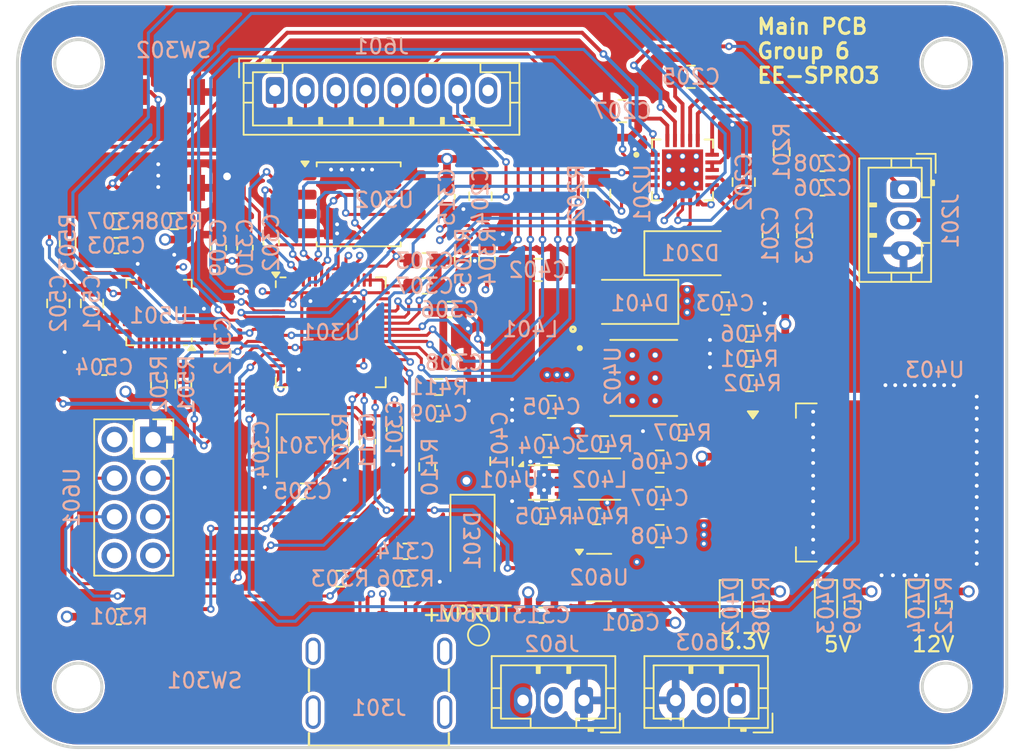
<source format=kicad_pcb>
(kicad_pcb (version 20241229) (generator "pcbnew") (generator_version "9.0")
  (layers (0 "F.Cu" signal) (4 "In1.Cu" signal) (6 "In2.Cu" signal) (2 "B.Cu" signal) (13 "F.Paste" user) (15 "B.Paste" user) (5 "F.SilkS" user "F.Silkscreen") (7 "B.SilkS" user "B.Silkscreen") (1 "F.Mask" user) (3 "B.Mask" user) (25 "Edge.Cuts" user))
  (net 0 "")
  (net 1 "Net-(U201-INN)")
  (net 2 "GND")
  (net 3 "Net-(C202-Pad2)")
  (net 4 "Net-(U201-INP)")
  (net 5 "+3.3V")
  (net 6 "Net-(U201-FLT)")
  (net 7 "Net-(U201-VDRV)")
  (net 8 "Net-(U201-VPWR)")
  (net 9 "+1V1")
  (net 10 "/RP2040/XIN")
  (net 11 "Net-(C305-Pad1)")
  (net 12 "Net-(D301-A)")
  (net 13 "+VPROT")
  (net 14 "+12V")
  (net 15 "Net-(U402-SS)")
  (net 16 "Net-(C406-Pad1)")
  (net 17 "+5V")
  (net 18 "/Power supply unit/Battery_voltage_level")
  (net 19 "Net-(D201-K)")
  (net 20 "Net-(D401-A)")
  (net 21 "Net-(D402-A)")
  (net 22 "Net-(D403-A)")
  (net 23 "Net-(D404-A)")
  (net 24 "Net-(J201-Pin_1)")
  (net 25 "Net-(J201-Pin_2)")
  (net 26 "/BHS")
  (net 27 "/CLS")
  (net 28 "/CHS")
  (net 29 "/BLS")
  (net 30 "/ALS")
  (net 31 "/AHS")
  (net 33 "/BEMF")
  (net 34 "/Connections with other PCBs/Servo_Out")
  (net 35 "Net-(U401-SW)")
  (net 36 "/RP2040/XOUT")
  (net 37 "/RP2040/D-")
  (net 38 "/RP2040/D+")
  (net 39 "/RP2040/QSPI_SS")
  (net 40 "/RP2040/~{USB_BOOT}")
  (net 41 "Net-(U402-FB)")
  (net 42 "Net-(U401-FB)")
  (net 43 "Net-(U402-FREQ)")
  (net 44 "Net-(U402-COMP)")
  (net 45 "Net-(U501-REGOUT)")
  (net 46 "Net-(U501-CPOUT)")
  (net 47 "/ICM42688/INT1")
  (net 48 "Net-(U501-INT)")
  (net 50 "/RP2040/RUN")
  (net 52 "/OUT4")
  (net 53 "/RP2040/GPIO1")
  (net 54 "/OUT3")
  (net 55 "/RP2040/GPIO3")
  (net 56 "/RP2040/GPIO2")
  (net 57 "/RP2040/GPIO4")
  (net 58 "/RP2040/ADC0")
  (net 59 "/RP2040/GPIO5")
  (net 60 "/RP2040/GPIO0")
  (net 61 "/CSN")
  (net 62 "/RP2040/QSPI_SD3")
  (net 63 "/ICM42688/AP_SCL")
  (net 65 "/RP2040/QSPI_SD2")
  (net 66 "/SCK")
  (net 67 "/RP2040/ADC3")
  (net 68 "/ICM42688/AP_SDA")
  (net 69 "/Servo_In")
  (net 70 "/MISO")
  (net 71 "/RP2040/QSPI_SD1")
  (net 72 "/MOSI")
  (net 73 "/RP2040/QSPI_SCLK")
  (net 74 "/RP2040/ADC2")
  (net 76 "/CE")
  (net 77 "/RP2040/QSPI_SD0")
  (net 82 "/RP2040/Data+")
  (net 83 "Net-(J301-CC1)")
  (net 84 "/RP2040/Data-")
  (net 86 "Net-(J301-CC2)")
  (net 87 "/RP2040/GPIO13")
  (net 88 "/RP2040/GPIO9")
  (footprint "Capacitor_SMD:C_0603_1608Metric_Pad1.08x0.95mm_HandSolder" (layer "F.Cu") (at 80.17 69.4 90)
    (property "Reference" "C302")
    (property "Value" "100n")
  )
  (footprint "Capacitor_SMD:C_0805_2012Metric_Pad1.18x1.45mm_HandSolder" (layer "F.Cu") (at 111.22 65.425 90)
    (property "Reference" "C202")
    (property "Value" "330p")
  )
  (footprint "Capacitor_SMD:C_0603_1608Metric_Pad1.08x0.95mm_HandSolder" (layer "F.Cu") (at 90.25 72.25)
    (property "Reference" "C307")
    (property "Value" "1u")
  )
  (footprint "Resistor_SMD:R_0603_1608Metric_Pad0.98x0.95mm_HandSolder" (layer "F.Cu") (at 124.375 93.25 -90)
    (property "Reference" "R412")
    (property "Value" "2k")
  )
  (footprint "MainPCB:2171790001_MOL" (layer "F.Cu") (at 87.25 99)
    (property "Reference" "J301")
    (property "Value" "2171790001")
  )
  (footprint "Capacitor_SMD:C_0603_1608Metric_Pad1.08x0.95mm_HandSolder" (layer "F.Cu") (at 86.5 82.5 -90)
    (property "Reference" "C311")
    (property "Value" "100n")
  )
  (footprint "Resistor_SMD:R_0603_1608Metric_Pad0.98x0.95mm_HandSolder" (layer "F.Cu") (at 111.6 77.05 180)
    (property "Reference" "R401")
    (property "Value" "180k")
  )
  (footprint "MainPCB:SW_TL3342F160QG_TR" (layer "F.Cu") (at 73.42 62.65 -90)
    (property "Reference" "SW302")
    (property "Value" "TL3342F160QG_TR")
  )
  (footprint "Capacitor_SMD:C_0603_1608Metric_Pad1.08x0.95mm_HandSolder" (layer "F.Cu") (at 78.45 69.7375 90)
    (property "Reference" "C310")
    (property "Value" "100n")
  )
  (footprint "Capacitor_SMD:C_0603_1608Metric_Pad1.08x0.95mm_HandSolder" (layer "F.Cu") (at 112.97 68.925 90)
    (property "Reference" "C201")
    (property "Value" "1.2n")
  )
  (footprint "Capacitor_SMD:C_0805_2012Metric_Pad1.18x1.45mm_HandSolder" (layer "F.Cu") (at 110 73.4)
    (property "Reference" "C403")
    (property "Value" "22u")
  )
  (footprint "Capacitor_SMD:C_0603_1608Metric_Pad1.08x0.95mm_HandSolder" (layer "F.Cu") (at 91.9 73.8)
    (property "Reference" "C306")
    (property "Value" "100n")
  )
  (footprint "MountingHole:MountingHole_2.7mm_M2.5" (layer "F.Cu") (at 67.5 98.6)
    (property "Reference" "H101" (hide yes))
    (property "Value" "MountingHole")
  )
  (footprint "Capacitor_SMD:C_0603_1608Metric_Pad1.08x0.95mm_HandSolder" (layer "F.Cu") (at 88.27 81.65 -90)
    (property "Reference" "C301")
    (property "Value" "100n")
  )
  (footprint "Diode_SMD:D_0603_1608Metric_Pad1.05x0.95mm_HandSolder" (layer "F.Cu") (at 116.625 93.25 -90)
    (property "Reference" "D403")
    (property "Value" "G_LED")
  )
  (footprint "Capacitor_SMD:C_0805_2012Metric_Pad1.18x1.45mm_HandSolder" (layer "F.Cu") (at 93.92 66.3625 -90)
    (property "Reference" "C204")
    (property "Value" "10n")
  )
  (footprint "Resistor_SMD:R_0603_1608Metric_Pad0.98x0.95mm_HandSolder" (layer "F.Cu") (at 73.8 68 180)
    (property "Reference" "R308")
    (property "Value" "10k")
  )
  (footprint "Sensor_Motion:InvenSense_QFN-24_4x4mm_P0.5mm" (layer "F.Cu") (at 72.8 74 180)
    (property "Reference" "U501")
    (property "Value" "MPU-6050")
  )
  (footprint "Capacitor_SMD:C_0805_2012Metric_Pad1.18x1.45mm_HandSolder" (layer "F.Cu") (at 95.3 83.775 90)
    (property "Reference" "C401")
    (property "Value" "10u")
  )
  (footprint "Crystal:Crystal_SMD_Abracon_ABM8G-4Pin_3.2x2.5mm" (layer "F.Cu") (at 82.25 82.75 -90)
    (property "Reference" "Y301")
    (property "Value" "12MHz")
  )
  (footprint "Resistor_SMD:R_0603_1608Metric_Pad0.98x0.95mm_HandSolder" (layer "F.Cu") (at 98.1 87.4)
    (property "Reference" "R405")
    (property "Value" "51k")
  )
  (footprint "Resistor_SMD:R_0603_1608Metric_Pad0.98x0.95mm_HandSolder" (layer "F.Cu") (at 102.05 82.65 180)
    (property "Reference" "R403")
    (property "Value" "100k")
  )
  (footprint "Resistor_SMD:R_0603_1608Metric_Pad0.98x0.95mm_HandSolder" (layer "F.Cu") (at 112.375 93.25 -90)
    (property "Reference" "R408")
    (property "Value" "240")
  )
  (footprint "MainPCB:QFN50P400X400X80-21N" (layer "F.Cu") (at 107.2 64.625)
    (property "Reference" "U201")
    (property "Value" "TUSS4470TRTJT")
  )
  (footprint "Capacitor_SMD:C_0805_2012Metric_Pad1.18x1.45mm_HandSolder" (layer "F.Cu") (at 66.185 73.4 90)
    (property "Reference" "C502")
    (property "Value" "100n")
  )
  (footprint "Capacitor_SMD:C_0805_2012Metric_Pad1.18x1.45mm_HandSolder" (layer "F.Cu") (at 101.72 66.175 -90)
    (property "Reference" "R202")
    (property "Value" "10")
  )
  (footprint "Resistor_SMD:R_0603_1608Metric_Pad0.98x0.95mm_HandSolder" (layer "F.Cu") (at 111.6 78.65)
    (property "Reference" "R402")
    (property "Value" "20k")
  )
  (footprint "Capacitor_SMD:C_0805_2012Metric_Pad1.18x1.45mm_HandSolder" (layer "F.Cu") (at 97.7 71.2 180)
    (property "Reference" "C402")
    (property "Value" "22u")
  )
  (footprint "Capacitor_SMD:C_0603_1608Metric_Pad1.08x0.95mm_HandSolder" (layer "F.Cu") (at 70 69.6 180)
    (property "Reference" "C503")
    (property "Value" "100n")
  )
  (footprint "Capacitor_SMD:C_0805_2012Metric_Pad1.18x1.45mm_HandSolder" (layer "F.Cu") (at 105.7 88.7 180)
    (property "Reference" "C408")
    (property "Value" "22u")
  )
  (footprint "Resistor_SMD:R_0603_1608Metric_Pad0.98x0.95mm_HandSolder" (layer "F.Cu") (at 94.35 70.5875 90)
    (property "Reference" "R304")
    (property "Value" "27")
  )
  (footprint "Resistor_SMD:R_0603_1608Metric_Pad0.98x0.95mm_HandSolder" (layer "F.Cu") (at 91.17 78.9)
    (property "Reference" "R411")
    (property "Value" "130k")
  )
  (footprint "Capacitor_SMD:C_0603_1608Metric_Pad1.08x0.95mm_HandSolder" (layer "F.Cu") (at 97.92 93.9)
    (property "Reference" "C313")
    (property "Value" "100n")
  )
  (footprint "MainPCB:VLCF4018" (layer "F.Cu") (at 97.2 75.1 180)
    (property "Reference" "L401")
    (property "Value" "33u" (hide yes))
  )
  (footprint "Resistor_SMD:R_0603_1608Metric_Pad0.98x0.95mm_HandSolder" (layer "F.Cu") (at 89 91.5)
    (property "Reference" "R306")
    (property "Value" "5.1k")
  )
  (footprint "Capacitor_SMD:C_0805_2012Metric_Pad1.18x1.45mm_HandSolder" (layer "F.Cu") (at 103.25 60.75 180)
    (property "Reference" "C207")
    (property "Value" "100n")
  )
  (footprint "Capacitor_SMD:C_0603_1608Metric_Pad1.08x0.95mm_HandSolder" (layer "F.Cu") (at 76.7 69.7375 90)
    (property "Reference" "C309")
    (property "Value" "100n")
  )
  (footprint "Connector_JST:JST_PH_B3B-PH-K_1x03_P2.00mm_Vertical" (layer "F.Cu") (at 110.75 99.5 180)
    (property "Reference" "J603")
    (property "Value" "Servo con")
  )
  (footprint "Capacitor_SMD:C_0603_1608Metric_Pad1.08x0.95mm_HandSolder" (layer "F.Cu") (at 91.17 80.66)
    (property "Reference" "C409")
    (property "Value" "100n")
  )
  (footprint "Connector_JST:JST_PH_B3B-PH-K_1x03_P2.00mm_Vertical" (layer "F.Cu") (at 121.72 65.925 -90)
    (property "Reference" "J201")
    (property "Value" "Sonar")
  )
  (footprint "Package_SO:SOIC-8_5.3x5.3mm_P1.27mm" (layer "F.Cu") (at 85.92 66.885)
    (property "Reference" "U302")
    (property "Value" "W25Q128JVS")
  )
  (footprint "Capacitor_SMD:C_0805_2012Metric_Pad1.18x1.45mm_HandSolder" (layer "F.Cu") (at 105.7 86.2 180)
    (property "Reference" "C407")
    (property "Value" "22u")
  )
  (footprint "Inductor_SMD:L_APV_ANR252012" (layer "F.Cu") (at 101.75 84.95)
    (property "Reference" "L402")
    (property "Value" "2.2u")
  )
  (footprint "Diode_SMD:Vishay_SMPA" (layer "F.Cu") (at 107.71 70.1)
    (property "Reference" "D201")
    (property "Value" "MSS1P3L-M3/89A")
  )
  (footprint "Capacitor_SMD:C_0603_1608Metric_Pad1.08x0.95mm_HandSolder" (layer "F.Cu") (at 79.5 83 -90)
    (property "Reference" "C304")
    (property "Value" "27pF")
  )
  (footprint "Capacitor_SMD:C_0805_2012Metric_Pad1.18x1.45mm_HandSolder" (layer "F.Cu") (at 98.6 80.2 180)
    (property "Reference" "C405")
    (property "Value" "47n")
  )
  (footprint "Connector_JST:JST_PH_B3B-PH-K_1x03_P2.00mm_Vertical" (layer "F.Cu") (at 100.72 99.5 180)
    (property "Reference" "J602")
    (property "Value" "Conn_01x03_Pin")
  )
  (footprint "Capacitor_SMD:C_0603_1608Metric_Pad1.08x0.95mm_HandSolder" (layer "F.Cu") (at 103.97 94.4 180)
    (property "Reference" "C601")
    (property "Value" "100n")
  )
  (footprint "MountingHole:MountingHole_2.7mm_M2.5" (layer "F.Cu") (at 124.5 57.6)
    (property "Reference" "H103" (hide yes))
    (property "Value" "MountingHole")
  )
  (footprint "Capacitor_SMD:C_0805_2012Metric_Pad1.18x1.45mm_HandSolder" (layer "F.Cu") (at 105.7 83.8 180)
    (property "Reference" "C406")
    (property "Value" "150n")
  )
  (footprint "Resistor_SMD:R_0603_1608Metric_Pad0.98x0.95mm_HandSolder" (layer "F.Cu") (at 101.55 87.4)
    (property "Reference" "R404")
    (property "Value" "160k")
  )
  (footprint "Capacitor_SMD:C_0603_1608Metric_Pad1.08x0.95mm_HandSolder" (layer "F.Cu") (at 90.25 70.6)
    (property "Reference" "C303")
    (property "Value" "1u")
  )
  (footprint "Capacitor_SMD:C_0603_1608Metric_Pad1.08x0.95mm_HandSolder" (layer "F.Cu") (at 91.72 66.4 -90)
    (property "Reference" "C315")
    (property "Value" "100n")
  )
  (footprint "Capacitor_SMD:C_0603_1608Metric_Pad1.08x0.95mm_HandSolder" (layer "F.Cu") (at 77 76.7 90)
    (property "Reference" "C312")
    (property "Value" "100n")
  )
  (footprint "Capacitor_SMD:C_0603_1608Metric_Pad1.08x0.95mm_HandSolder" (layer "F.Cu") (at 92.2 77.3)
    (property "Reference" "C308")
    (property "Value" "100n")
  )
  (footprint "Resistor_SMD:R_0603_1608Metric_Pad0.98x0.95mm_HandSolder" (layer "F.Cu") (at 70 68 180)
    (property "Reference" "R307")
    (property "Value" "1k")
  )
  (footprint "Capacitor_SMD:C_0603_1608Metric_Pad1.08x0.95mm_HandSolder" (layer "F.Cu") (at 116.4 65.8)
    (property "Reference" "C206")
    (property "Value" "1u")
  )
  (footprint "Resistor_SMD:R_0603_1608Metric_Pad0.98x0.95mm_HandSolder" (layer "F.Cu") (at 74.4 78.7125 -90)
    (property "Reference" "R501")
    (property "Value" "5.1k")
  )
  (footprint "Capacitor_SMD:C_0805_2012Metric_Pad1.18x1.45mm_HandSolder" (layer "F.Cu") (at 68.4 73.4 90)
    (property "Reference" "C501")
    (property "Value" "10n")
  )
  (footprint "Package_TO_SOT_SMD:TO-263-5_TabPin3" (layer "F.Cu") (at 119.475 85.175)
    (property "Reference" "U403")
    (property "Value" "BD50FD0WFP2-E2")
  )
  (footprint "Connector_JST:JST_PH_B8B-PH-K_1x08_P2.00mm_Vertical" (layer "F.Cu") (at 80.42 59.4)
    (property "Reference" "J601")
    (property "Value" "Conn_01x08_Pin")
  )
  (footprint "Resistor_SMD:R_0603_1608Metric_Pad0.98x0.95mm_HandSolder" (layer "F.Cu") (at 90.42 84.15 90)
    (property "Reference" "R410")
    (property "Value" "200k")
  )
  (footprint "Capacitor_SMD:C_0603_1608Metric_Pad1.08x0.95mm_HandSolder" (layer "F.Cu") (at 82.25 85.75 180)
    (property "Reference" "C305")
    (property "Value" "27pF")
  )
  (footprint "MountingHole:MountingHole_2.7mm_M2.5" (layer "F.Cu") (at 67.5 57.6)
    (property "Reference" "H104" (hide yes))
    (property "Value" "MountingHole")
  )
  (footprint "Resistor_SMD:R_0603_1608Metric_Pad0.98x0.95mm_HandSolder" (layer "F.Cu") (at 113.72 63.425 -90)
    (property "Reference" "R201")
    (property "Value" "200")
  )
  (footprint "Capacitor_SMD:C_0805_2012Metric_Pad1.18x1.45mm_HandSolder" (layer "F.Cu") (at 98.3 82.775 180)
    (property "Reference" "C404")
    (property "Value" "22u")
  )
  (footprint "Resistor_SMD:R_0603_1608Metric_Pad0.98x0.95mm_HandSolder" (layer "F.Cu") (at 84.7 91.5 180)
    (property "Reference" "R303")
    (property "Value" "5.1k")
  )
  (footprint "Package_SON:WSON-8-1EP_2x2mm_P0.5mm_EP0.9x1.6mm_ThermalVias" (layer "F.Cu") (at 98.1 85.175)
    (property "Reference" "U401")
    (property "Value" "TPS62170DSG")
  )
  (footprint "Resistor_SMD:R_0603_1608Metric_Pad0.98x0.95mm_HandSolder" (layer "F.Cu") (at 84.75 82.5 -90)
    (property "Reference" "R302")
    (property "Value" "820")
  )
  (footprint "MainPCB:IC_TPS27S100BPWPR" (layer "F.Cu") (at 104.65 78.3)
    (property "Reference" "U402")
    (property "Value" "TPS61175PWPR")
  )
  (footprint "MainPCB:SW_TL3342F160QG_TR" (layer "F.Cu") (at 75.795 98.2 180)
    (property "Reference" "SW301")
    (property "Value" "TL3342F160QG_TR")
  )
  (footprint "Package_TO_SOT_SMD:SOT-23-5" (layer "F.Cu") (at 101.72 91.425)
    (property "Reference" "U602")
    (property "Value" "SN74LV1T34DBV")
  )
  (footprint "Diode_SMD:Vishay_SMPA" (layer "F.Cu") (at 93.4 89 -90)
    (property "Reference" "D301")
    (property "Value" "MSS1P3L-M3/89A")
  )
  (footprint "Capacitor_SMD:C_0603_1608Metric_Pad1.08x0.95mm_HandSolder" (layer "F.Cu") (at 70.1625 94 180)
    (property "Reference" "R301")
    (property "Value" "10k")
  )
  (footprint "Resistor_SMD:R_0603_1608Metric_Pad0.98x0.95mm_HandSolder" (layer "F.Cu") (at 118.375 93.25 -90)
    (property "Reference" "R409")
    (property "Value" "560")
  )
  (footprint "Capacitor_SMD:C_0603_1608Metric_Pad1.08x0.95mm_HandSolder" (layer "F.Cu") (at 115.22 68.925 90)
    (property "Reference" "C203")
    (property "Value" "22n")
  )
  (footprint "Package_DFN_QFN:QFN-56-1EP_7x7mm_P0.4mm_EP3.2x3.2mm" (layer "F.Cu") (at 84.0825 75.3)
    (property "Reference" "U301")
    (property "Value" "RP2040")
  )
  (footprint "Resistor_SMD:R_0603_1608Metric_Pad0.98x0.95mm_HandSolder" (layer "F.Cu") (at 72.8 78.7125 -90)
    (property "Reference" "R502")
    (property "Value" "5.1k")
  )
  (footprint "Capacitor_SMD:C_0805_2012Metric_Pad1.18x1.45mm_HandSolder" (layer "F.Cu") (at 107.75 58.5 180)
    (property "Reference" "C205")
    (property "Value" "3.3n")
  )
  (footprint "Resistor_SMD:R_0603_1608Metric_Pad0.98x0.95mm_HandSolder" (layer "F.Cu") (at 92.75 70.5875 90)
    (property "Reference" "R305")
    (property "Value" "27")
  )
  (footprint "Resistor_SMD:R_0603_1608Metric_Pad0.98x0.95mm_HandSolder" (layer "F.Cu") (at 107.2 81.9 180)
    (property "Reference" "R407")
    (property "Value" "1.2k")
  )
  (footprint "Diode_SMD:D_0603_1608Metric_Pad1.05x0.95mm_HandSolder" (layer "F.Cu") (at 110.375 93.25 -90)
    (property "Reference" "D402")
    (property "Value" "G_LED")
  )
  (footprint "Resistor_SMD:R_0603_1608Metric_Pad0.98x0.95mm_HandSolder" (layer "F.Cu") (at 66.8 69.4 90)
    (property "Reference" "R503")
    (property "Value" "100")
  )
  (footprint "TestPoint:TestPoint_Pad_D1.0mm" (layer "F.Cu") (at 93.8 95.2)
    (property "Reference" "TP601")
    (property "Value" "+VPROT test point")
  )
  (footprint "Connector_PinSocket_2.54mm:PinSocket_2x04_P2.54mm_Vertical" (layer "F.Cu") (at 72.41 82.35)
    (property "Reference" "U601")
    (property "Value" "NRF24L01")
  )
  (footprint "MountingHole:MountingHole_2.7mm_M2.5" (layer "F.Cu") (at 124.5 98.6)
    (property "Reference" "H102" (hide yes))
    (property "Value" "MountingHole")
  )
  (footprint "Capacitor_SMD:C_0603_1608Metric_Pad1.08x0.95mm_HandSolder" (layer "F.Cu") (at 116.4 64.2)
    (property "Reference" "C208")
    (property "Value" "1u")
  )
  (footprint "Capacitor_SMD:C_0603_1608Metric_Pad1.08x0.95mm_HandSolder" (layer "F.Cu") (at 89 89.7 180)
    (property "Reference" "C314")
    (property "Value" "10u")
  )
  (footprint "Resistor_SMD:R_0603_1608Metric_Pad0.98x0.95mm_HandSolder" (layer "F.Cu") (at 111.6 75.4)
    (property "Reference" "R406")
    (property "Value" "91k")
  )
  (footprint "Diode_SMD:D_0603_1608Metric_Pad1.05x0.95mm_HandSolder" (layer "F.Cu") (at 122.625 93.25 -90)
    (property "Reference" "D404")
    (property "Value" "G_LED")
  )
  (footprint "Capacitor_SMD:C_0603_1608Metric_Pad1.08x0.95mm_HandSolder" (layer "F.Cu") (at 69.2 77.6)
    (property "Reference" "C504")
    (property "Value" "2.2n")
  )
  (footprint "Diode_SMD:Vishay_SMPA" (layer "F.Cu") (at 103.9 73.3 180)
    (property "Reference" "D401")
    (property "Value" "MSS1P3L-M3/89A")
  )
  (gr_arc (start 124.5 53.6) (mid 127.328427 54.771573) (end 128.5 57.6) (stroke (width 0.2)) (layer "Edge.Cuts"))
  (gr_arc (start 128.5 98.6) (mid 127.328427 101.428427) (end 124.500001 102.6) (stroke (width 0.2)) (layer "Edge.Cuts"))
  (gr_circle (center 124.5 98.6) (end 124.5 97.05) (stroke (width 0.2)) (fill no) (layer "Edge.Cuts"))
  (gr_line (start 67.5 102.6) (end 124.500001 102.6) (stroke (width 0.2)) (layer "Edge.Cuts"))
  (gr_arc (start 63.5 57.6) (mid 64.671573 54.771573) (end 67.5 53.6) (stroke (width 0.2)) (layer "Edge.Cuts"))
  (gr_arc (start 67.5 102.6) (mid 64.671573 101.428427) (end 63.5 98.599999) (stroke (width 0.2)) (layer "Edge.Cuts"))
  (gr_circle (center 67.5 57.6) (end 67.5 56.05) (stroke (width 0.2)) (fill no) (layer "Edge.Cuts"))
  (gr_line (start 124.5 53.6) (end 67.5 53.6) (stroke (width 0.2)) (layer "Edge.Cuts"))
  (gr_circle (center 124.5 57.6) (end 124.5 56.05) (stroke (width 0.2)) (fill no) (layer "Edge.Cuts"))
  (gr_circle (center 67.5 98.6) (end 67.5 97.05) (stroke (width 0.2)) (fill no) (layer "Edge.Cuts"))
  (gr_line (start 128.5 98.6) (end 128.5 57.6) (stroke (width 0.2)) (layer "Edge.Cuts"))
  (gr_line (start 63.5 57.6) (end 63.5 98.599999) (stroke (width 0.2)) (layer "Edge.Cuts"))
  (gr_text "5V" (at 116.4 96.4 0) (layer "F.SilkS") (effects (font (size 1 1)) (justify left bottom)))
  (gr_text "12V" (at 122.2 96.4 0) (layer "F.SilkS") (effects (font (size 1 1)) (justify left bottom)))
  (gr_text "Main PCB\nGroup 6\nEE-SPRO3" (at 112 59 0) (layer "F.SilkS") (effects (font (size 1 1) (thickness 0.2) (bold yes)) (justify left bottom)))
  (gr_text "+VPROT" (at 90 94.4 0) (layer "F.SilkS") (effects (font (size 1 1)) (justify left bottom)))
  (gr_text "3.3V" (at 109.6 96.2 0) (layer "F.SilkS") (effects (font (size 1 1)) (justify left bottom)))
  (segment (start 114.1325 67.8875) (end 115.22 67.8875) (width 0.254) (layer "F.Cu") (net 1))
  (segment (start 112.97 68.0625) (end 113.9575 68.0625) (width 0.254) (layer "F.Cu") (net 1))
  (segment (start 113.9575 68.0625) (end 114.1325 67.8875) (width 0.254) (layer "F.Cu") (net 1))
  (segment (start 109.145 66.125) (end 111.0825 68.0625) (width 0.254) (layer "F.Cu") (net 1))
  (segment (start 109.145 65.625) (end 109.145 66.125) (width 0.254) (layer "F.Cu") (net 1))
  (segment (start 111.0825 68.0625) (end 112.97 68.0625) (width 0.254) (layer "F.Cu") (net 1))
  (segment (start 89.9125 91.5) (end 89.9125 91.0125) (width 0.254) (layer "F.Cu") (net 2))
  (segment (start 81.4 83.85) (end 82 83.25) (width 0.2) (layer "F.Cu") (net 2))
  (segment (start 98.7825 94.7175) (end 98.25 95.25) (width 0.508) (layer "F.Cu") (net 2))
  (segment (start 104.06 63.61) (end 104.575 64.125) (width 0.254) (layer "F.Cu") (net 2))
  (segment (start 109.145 64.625) (end 109.145 64.125) (width 0.254) (layer "F.Cu") (net 2))
  (segment (start 89.9125 91.0125) (end 89.4 90.5) (width 0.254) (layer "F.Cu") (net 2))
  (segment (start 95 68.8) (end 95.4 68.8) (width 0.254) (layer "F.Cu") (net 2))
  (segment (start 93.92 67.72) (end 95 68.8) (width 0.254) (layer "F.Cu") (net 2))
  (segment (start 82.665 77.75) (end 82 77.75) (width 0.2) (layer "F.Cu") (net 2))
  (segment (start 81.21 68.79) (end 80.9575 68.5375) (width 0.508) (layer "F.Cu") (net 2))
  (segment (start 94.305 93.555) (end 90.7623 93.555) (width 0.508) (layer "F.Cu") (net 2))
  (segment (start 90.449999 93.867301) (end 90.449999 94.946801) (width 0.508) (layer "F.Cu") (net 2))
  (segment (start 98.35 84.425) (end 98.1 84.675) (width 0.254) (layer "F.Cu") (net 2))
  (segment (start 82.5 82.25) (end 82.5 82.5) (width 0.2) (layer "F.Cu") (net 2))
  (segment (start 81.3875 85.75) (end 80 85.75) (width 0.254) (layer "F.Cu") (net 2))
  (segment (start 101.85 79.6) (end 101.85 80.25) (width 0.254) (layer "F.Cu") (net 2))
  (segment (start 104.06 63.257) (end 104.06 63.61) (width 0.254) (layer "F.Cu") (net 2))
  (segment (start 86 85) (end 85 85) (width 0.254) (layer "F.Cu") (net 2))
  (segment (start 109.145 64.125) (end 109.665724 64.125) (width 0.254) (layer "F.Cu") (net 2))
  (segment (start 88.1375 90.2375) (end 88.1375 89.7) (width 0.254) (layer "F.Cu") (net 2))
  (segment (start 82.5 82.5) (end 82 83) (width 0.2) (layer "F.Cu") (net 2))
  (segment (start 93.92 67.4) (end 93.92 67.72) (width 0.254) (layer "F.Cu") (net 2))
  (segment (start 90.7623 93.555) (end 90.449999 93.867301) (width 0.508) (layer "F.Cu") (net 2))
  (segment (start 98.25 95.25) (end 96 95.25) (width 0.508) (layer "F.Cu") (net 2))
  (segment (start 98.7825 93.9) (end 98.7825 94.7175) (width 0.508) (layer "F.Cu") (net 2))
  (segment (start 82.3325 68.79) (end 81.21 68.79) (width 0.508) (layer "F.Cu") (net 2))
  (segment (start 110.47 63.320724) (end 110.47 61.65) (width 0.254) (layer "F.Cu") (net 2))
  (segment (start 80.9575 68.5375) (end 80.17 68.5375) (width 0.508) (layer "F.Cu") (net 2))
  (segment (start 83.0825 78.7375) (end 83.0825 78.1675) (width 0.2) (layer "F.Cu") (net 2))
  (segment (start 96 95.25) (end 94.305 93.555) (width 0.508) (layer "F.Cu") (net 2))
  (segment (start 95.4 68.8) (end 95.4 68.85) (width 0.254) (layer "F.Cu") (net 2))
  (segment (start 82 83.25) (end 82 83) (width 0.2) (layer "F.Cu") (net 2))
  (segment (start 86.5 84.5) (end 86 85) (width 0.254) (layer "F.Cu") (net 2))
  (segment (start 104.575 64.125) (end 105.255 64.125) (width 0.254) (layer "F.Cu") (net 2))
  (segment (start 75.32 65.8) (end 76.52 65.8) (width 0.508) (layer "F.Cu") (net 2))
  (segment (start 83.0825 78.1675) (end 82.665 77.75) (width 0.2) (layer "F.Cu") (net 2))
  (segment (start 76.52 65.8) (end 77.27 65.05) (width 0.508) (layer "F.Cu") (net 2))
  (segment (start 83.1 81.65) (end 82.5 82.25) (width 0.2) (layer "F.Cu") (net 2))
  (segment (start 109.665724 64.125) (end 110.47 63.320724) (width 0.254) (layer "F.Cu") (net 2))
  (segment (start 89.4 90.5) (end 88.4 90.5) (width 0.254) (layer "F.Cu") (net 2))
  (segment (start 86.5 83.3625) (end 86.5 84.5) (width 0.254) (layer "F.Cu") (net 2))
  (segment (start 80 85.75) (end 79.75 85.5) (width 0.254) (layer "F.Cu") (net 2))
  (segment (start 99.05 84.425) (end 98.35 84.425) (width 0.254) (layer "F.Cu") (net 2))
  (segment (start 88.4 90.5) (end 88.1375 90.2375) (width 0.254) (layer "F.Cu") (net 2))
  (via (at 126.53 89.791667) (size 0.5) (drill 0.254) (layers "F.Cu" "B.Cu") (net 2))
  (via (at 126.53 81.725) (size 0.5) (drill 0.254) (layers "F.Cu" "B.Cu") (net 2))
  (via (at 121.172857 78.775) (size 0.5) (drill 0.254) (layers "F.Cu" "B.Cu") (net 2))
  (via (at 112.6 73.4) (size 0.5) (drill 0.254) (layers "F.Cu" "B.Cu") (net 2))
  (via (at 109 77.6) (size 0.5) (drill 0.254) (layers "F.Cu" "B.Cu") (net 2))
  (via (at 85.645546 73.25) (size 0.5) (drill 0.254) (layers "F.Cu" "B.Cu") (net 2))
  (via (at 115.78 82.206818) (size 0.5) (drill 0.254) (layers "F.Cu" "B.Cu") (net 2))
  (via (at 126.53 82.458333) (size 0.5) (drill 0.254) (layers "F.Cu" "B.Cu") (net 2))
  (via (at 66.6 76.6) (size 0.5) (drill 0.254) (layers "F.Cu" "B.Cu") (net 2))
  (via (at 120.28 91.275) (size 0.5) (drill 0.254) (layers "F.Cu" "B.Cu") (net 2))
  (via (at 110.47 61.65) (size 0.5) (drill 0.254) (layers "F.Cu" "B.Cu") (net 2))
  (via (at 126.53 84.658333) (size 0.5) (drill 0.254) (layers "F.Cu" "B.Cu") (net 2))
  (via (at 109 75.8) (size 0.5) (drill 0.254) (layers "F.Cu" "B.Cu") (net 2))
  (via (at 121.815714 78.775) (size 0.5) (drill 0.254) (layers "F.Cu" "B.Cu") (net 2))
  (via (at 123.744286 78.775) (size 0.5) (drill 0.254) (layers "F.Cu" "B.Cu") (net 2))
  (via (at 126.53 88.325) (size 0.5) (drill 0.254) (layers "F.Cu" "B.Cu") (net 2))
  (via (at 75.75 73.75) (size 0.5) (drill 0.254) (layers "F.Cu" "B.Cu") (net 2))
  (via (at 126.53 86.125) (size 0.5) (drill 0.254) (layers "F.Cu" "B.Cu") (net 2))
  (via (at 93.55 70.6) (size 0.5) (drill 0.254) (layers "F.Cu" "B.Cu") (net 2))
  (via (at 93.1 75.05) (size 0.5) (drill 0.254) (layers "F.Cu" "B.Cu") (net 2))
  (via (at 122.53 91.275) (size 0.5) (drill 0.254) (layers "F.Cu" "B.Cu") (net 2))
  (via (at 73.8 70.2) (size 0.5) (drill 0.254) (layers "F.Cu" "B.Cu") (net 2))
  (via (at 126.53 83.925) (size 0.5) (drill 0.254) (layers "F.Cu" "B.Cu") (net 2))
  (via (at 126.53 86.858333) (size 0.5) (drill 0.254) (layers "F.Cu" "B.Cu") (net 2))
  (via (at 96 80.4) (size 0.5) (drill 0.254) (layers "F.Cu" "B.Cu") (net 2))
  (via (at 126.53 79.525) (size 0.5) (drill 0.254) (layers "F.Cu" "B.Cu") (net 2))
  (via (at 126.53 87.591667) (size 0.5) (drill 0.254) (layers "F.Cu" "B.Cu") (net 2))
  (via (at 115.78 88.093182) (size 0.5) (drill 0.254) (layers "F.Cu" "B.Cu") (net 2))
  (via (at 109 76.7) (size 0.5) (drill 0.254) (layers "F.Cu" "B.Cu") (net 2))
  (via (at 115.78 81.365909) (size 0.5) (drill 0.254) (layers "F.Cu" "B.Cu") (net 2))
  (via (at 96 79.7) (size 0.5) (drill 0.254) (layers "F.Cu" "B.Cu") (net 2))
  (via (at 126.53 89.058333) (size 0.5) (drill 0.254) (layers "F.Cu" "B.Cu") (net 2))
  (via (at 82.75 73.25) (size 0.5) (drill 0.254) (layers "F.Cu" "B.Cu") (net 2))
  (via (at 125.03 78.775) (size 0.5) (drill 0.254) (layers "F.Cu" "B.Cu") (net 2))
  (via (at 124.387143 78.775) (size 0.5) (drill 0.254) (layers "F.Cu" "B.Cu") (net 2))
  (via (at 96 81.1) (size 0.5) (drill 0.254) (layers "F.Cu" "B.Cu") (net 2))
  (via (at 115.78 80.525) (size 0.5) (drill 0.254) (layers "F.Cu" "B.Cu") (net 2))
  (via (at 115.78 88.934091) (size 0.5) (drill 0.254) (layers "F.Cu" "B.Cu") (net 2))
  (via (at 72.75 65.75) (size 0.5) (drill 0.254) (layers "F.Cu" "B.Cu") (net 2))
  (via (at 85.5 64.6) (size 0.5) (drill 0.254) (layers "F.Cu" "B.Cu") (net 2))
  (via (at 115.78 84.729545) (size 0.5) (drill 0.254) (layers "F.Cu" "B.Cu") (net 2))
  (via (at 82 77.75) (size 0.5) (drill 0.254) (layers "F.Cu" "B.Cu") (net 2))
  (via (at 93.15 79.8) (size 0.5) (drill 0.254) (layers "F.Cu" "B.Cu") (net 2))
  (via (at 126.53 80.991667) (size 0.5) (drill 0.254) (layers "F.Cu" "B.Cu") (net 2))
  (via (at 115.78 85.570455) (size 0.5) (drill 0.254) (layers "F.Cu" "B.Cu") (net 2))
  (via (at 92.8 67.2) (size 0.5) (drill 0.254) (layers "F.Cu" "B.Cu") (net 2))
  (via (at 123.28 91.275) (size 0.5) (drill 0.254) (layers "F.Cu" "B.Cu") (net 2))
  (via (at 97.2 83.8) (size 0.5) (drill 0.254) (layers "F.Cu" "B.Cu") (net 2))
  (via (at 96 86.4) (size 0.5) (drill 0.254) (layers "F.Cu" "B.Cu") (net 2))
  (via (at 84.1 64.6) (size 0.5) (drill 0.254) (layers "F.Cu" "B.Cu") (net 2))
  (via (at 126.53 90.525) (size 0.5) (drill 0.254) (layers "F.Cu" "B.Cu") (net 2))
  (via (at 86.8 64.6) (size 0.5) (drill 0.254) (layers "F.Cu" "B.Cu") (net 2))
  (via (at 72.75 65) (size 0.5) (drill 0.254) (layers "F.Cu" "B.Cu") (net 2))
  (via (at 84.5 68.2) (size 0.5) (drill 0.254) (layers "F.Cu" "B.Cu") (net 2))
  (via (at 77.27 65.05) (size 0.8) (drill 0.508) (layers "F.Cu" "B.Cu") (net 2))
  (via (at 86.2 64.6) (size 0.5) (drill 0.254) (layers "F.Cu" "B.Cu") (net 2))
  (via (at 95.4 68.85) (size 0.5) (drill 0.254) (layers "F.Cu" "B.Cu") (net 2))
  (via (at 120.53 78.775) (size 0.5) (drill 0.254) (layers "F.Cu" "B.Cu") (net 2))
  (via (at 121.78 91.275) (size 0.5) (drill 0.254) (layers "F.Cu" "B.Cu") (net 2))
  (via (at 121.03 91.275) (size 0.5) (drill 0.254) (layers "F.Cu" "B.Cu") (net 2))
  (via (at 71.4 70.8) (size 0.5) (drill 0.254) (layers "F.Cu" "B.Cu") (net 2))
  (via (at 72.75 64.25) (size 0.5) (drill 0.254) (layers "F.Cu" "B.Cu") (net 2))
  (via (at 104.6 81.8) (size 0.5) (drill 0.254) (layers "F.Cu" "B.Cu") (net 2))
  (via (at 115.78 86.411364) (size 0.5) (drill 0.254) (layers "F.Cu" "B.Cu") (net 2))
  (via (at 126.53 80.258333) (size 0.5) (drill 0.254) (layers "F.Cu" "B.Cu") (net 2))
  (via (at 91.25 91.7) (size 0.5) (drill 0.254) (layers "F.Cu" "B.Cu") (net 2))
  (via (at 84.8 64.6) (size 0.5) (drill 0.254) (layers "F.Cu" "B.Cu") (net 2))
  (via (at 104.06 63.257) (size 0.5) (drill 0.254) (layers "F.Cu" "B.Cu") (net 2))
  (via (at 79.75 85.5) (size 0.5) (drill 0.254) (layers "F.Cu" "B.Cu") (net 2))
  (via (at 85 85) (size 0.5) (drill 0.254) (layers "F.Cu" "B.Cu") (net 2))
  (via (at 123.101429 78.775) (size 0.5) (drill 0.254) (layers "F.Cu" "B.Cu") (net 2))
  (via (at 88.2 84) (size 0.5) (drill 0.254) (layers "F.Cu" "B.Cu") (net 2))
  (via (at 112.6 74.05) (size 0.5) (drill 0.254) (layers "F.Cu" "B.Cu") (net 2))
  (via (at 115.78 89.775) (size 0.5) (drill 0.254) (layers "F.Cu" "B.Cu") (net 2))
  (via (at 115.78 83.888636) (size 0.5) (drill 0.254) (layers "F.Cu" "B.Cu") (net 2))
  (via (at 122.458571 78.775) (size 0.5) (drill 0.254) (layers "F.Cu" "B.Cu") (net 2))
  (via (at 126.53 85.391667) (size 0.5) (drill 0.254) (layers "F.Cu" "B.Cu") (net 2))
  (via (at 84.5 68.8) (size 0.5) (drill 0.254) (layers "F.Cu" "B.Cu") (net 2))
  (via (at 126.53 83.191667) (size 0.5) (drill 0.254) (layers "F.Cu" "B.Cu") (net 2))
  (via (at 115.78 87.252273) (size 0.5) (drill 0.254) (layers "F.Cu" "B.Cu") (net 2))
  (via (at 115.78 83.047727) (size 0.5) (drill 0.254) (layers "F.Cu" "B.Cu") (net 2))
  (segment (start 111.22 64.3875) (end 113.67 64.3875) (width 0.254) (layer "F.Cu") (net 3))
  (segment (start 113.67 64.3875) (end 113.72 64.3375) (width 0.254) (layer "F.Cu") (net 3))
  (segment (start 109.145 65.125) (end 109.665724 65.125) (width 0.254) (layer "F.Cu") (net 4))
  (segment (start 110.3825 66.4625) (end 111.22 66.4625) (width 0.254) (layer "F.Cu") (net 4))
  (segment (start 109.97 65.429276) (end 109.97 66.05) (width 0.254) (layer "F.Cu") (net 4))
  (segment (start 109.97 66.05) (end 110.3825 66.4625) (width 0.254) (layer "F.Cu") (net 4))
  (segment (start 109.665724 65.125) (end 109.97 65.429276) (width 0.254) (layer "F.Cu") (net 4))
  (segment (start 82.1815 76.3) (end 82.1815 77.201) (width 0.2) (layer "F.Cu") (net 5))
  (segment (start 102.25 86.5) (end 102.4625 86.7125) (width 0.254) (layer "F.Cu") (net 5))
  (segment (start 86.6825 71.8625) (end 87.4325 71.8625) (width 0.2) (layer "F.Cu") (net 5))
  (segment (start 74 71) (end 73.55 71.45) (width 0.2) (layer "F.Cu") (net 5))
  (segment (start 91.72 63.9) (end 93.12 63.9) (width 0.508) (layer "F.Cu") (net 5))
  (segment (start 86.25 77.5) (end 86.25 76.3) (width 0.2) (layer "F.Cu") (net 5))
  (segment (start 76.7 70.6) (end 77.6 70.6) (width 0.254) (layer "F.Cu") (net 5))
  (segment (start 109.07 66.9) (end 108.53 66.9) (width 0.254) (layer "F.Cu") (net 5))
  (segment (start 91.482524 74.245024) (end 91.482524 77.154976) (width 0.508) (layer "F.Cu") (net 5))
  (segment (start 93.92 64.7) (end 93.92 65.325) (width 0.508) (layer "F.Cu") (net 5))
  (segment (start 66.185 72.3625) (end 68.4 72.3625) (width 0.508) (layer "F.Cu") (net 5))
  (segment (start 84.2825 80.0996) (end 84.2825 78.7375) (width 0.2) (layer "F.Cu") (net 5))
  (segment (start 113.6 92.3375) (end 112.375 92.3375) (width 0.508) (layer "F.Cu") (net 5))
  (segment (start 84.2825 77.5) (end 86.25 77.5) (width 0.2) (layer "F.Cu") (net 5))
  (segment (start 99.353984 85.425) (end 100.306984 86.378) (width 0.254) (layer "F.Cu") (net 5))
  (segment (start 84.2825 72.7) (end 84.2825 71.8625) (width 0.2) (layer "F.Cu") (net 5))
  (segment (start 84.2825 78.7375) (end 84.2825 77.5) (width 0.2) (layer "F.Cu") (net 5))
  (segment (start 91.72 65.5375) (end 91.72 63.9) (width 0.508) (layer "F.Cu") (net 5))
  (segment (start 81.75 76.3) (end 82.1815 76.3) (width 0.2) (layer "F.Cu") (net 5))
  (segment (start 80.645 76.3) (end 81.75 76.3) (width 0.2) (layer "F.Cu") (net 5))
  (segment (start 69.3625 72.3625) (end 69.75 72.75) (width 0.2) (layer "F.Cu") (net 5))
  (segment (start 79.7 72.7) (end 80.645 72.7) (width 0.2) (layer "F.Cu") (net 5))
  (segment (start 74.4 71) (end 74 71) (width 0.2) (layer "F.Cu") (net 5))
  (segment (start 74.625 69.2) (end 74.7125 69.1125) (width 0.508) (layer "F.Cu") (net 5))
  (segment (start 86.25 76.3) (end 86.25 72.7) (width 0.2) (layer "F.Cu") (net 5))
  (segment (start 82.25 72.7) (end 84.2825 72.7) (width 0.2) (layer "F.Cu") (net 5))
  (segment (start 80.645 76.3) (end 79 76.3) (width 0.2) (layer "F.Cu") (net 5))
  (segment (start 86.5 81.6375) (end 85.5135 80.651) (width 0.2) (layer "F.Cu") (net 5))
  (segment (start 87.4325 71.8625) (end 87.52 71.95) (width 0.2) (layer "F.Cu") (net 5))
  (segment (start 80.645 72.7) (end 82.25 72.7) (width 0.2) (layer "F.Cu") (net 5))
  (segment (start 72.8 79.625) (end 71.025 79.625) (width 0.508) (layer "F.Cu") (net 5))
  (segment (start 73.2 69.2) (end 74.625 69.2) (width 0.508) (layer "F.Cu") (net 5))
  (segment (start 87.52 71.95) (end 87.52 72.25) (width 0.2) (layer "F.Cu") (net 5))
  (segment (start 100.7 86.378) (end 102.128 86.378) (width 0.254) (layer "F.Cu") (net 5))
  (segment (start 86.25 72.7) (end 84.2825 72.7) (width 0.2) (layer "F.Cu") (net 5))
  (segment (start 69.75 72.75) (end 69.8 72.75) (width 0.2) (layer "F.Cu") (net 5))
  (segment (start 87.52 76.3) (end 89.9 76.3) (width 0.2) (layer "F.Cu") (net 5))
  (segment (start 89.3875 72.25) (end 87.52 72.25) (width 0.2) (layer "F.Cu") (net 5))
  (segment (start 108.53 66.9) (end 108.2 66.57) (width 0.254) (layer "F.Cu") (net 5))
  (segment (start 69.8 72.75) (end 70.85 72.75) (width 0.2) (layer "F.Cu") (net 5))
  (segment (start 83.9835 77.201) (end 84.2825 77.5) (width 0.2) (layer "F.Cu") (net 5))
  (segment (start 85.5135 80.651) (end 84.8339 80.651) (width 0.2) (layer "F.Cu") (net 5))
  (segment (start 99.05 85.425) (end 99.353984 85.425) (width 0.254) (layer "F.Cu") (net 5))
  (segment (start 82.1815 77.201) (end 83.9835 77.201) (width 0.2) (layer "F.Cu") (net 5))
  (segment (start 97.0575 92.4) (end 97.0575 93.9) (width 0.508) (layer "F.Cu") (net 5))
  (segment (start 91.482524 77.154976) (end 91.3375 77.3) (width 0.508) (layer "F.Cu") (net 5))
  (segment (start 86.2825 71.8625) (end 86.6825 71.8625) (width 0.2) (layer "F.Cu") (net 5))
  (segment (start 77.7375 77.5625) (end 77 77.5625) (width 0.2) (layer "F.Cu") (net 5))
  (segment (start 91.0375 73.8) (end 91.482524 74.245024) (width 0.508) (layer "F.Cu") (net 5))
  (segment (start 87.52 72.7) (end 86.25 72.7) (width 0.2) (layer "F.Cu") (net 5))
  (segment (start 76.6375 70.25) (end 76.6375 70.6375) (width 0.2) (layer "F.Cu") (net 5))
  (segment (start 69.3 94) (end 66.75 94) (width 0.508) (layer "F.Cu") (net 5))
  (segment (start 86.25 76.3) (end 87.52 76.3) (width 0.2) (layer "F.Cu") (net 5))
  (segment (start 73.55 71.45) (end 73.55 72.05) (width 0.2) (layer "F.Cu") (net 5))
  (segment (start 68.4 72.3625) (end 69.3625 72.3625) (width 0.2) (layer "F.Cu") (net 5))
  (segment (start 77.6 70.6) (end 78.45 70.6) (width 0.254) (layer "F.Cu") (net 5))
  (segment (start 89.9 76.3) (end 90.9 77.3) (width 0.2) (layer "F.Cu") (net 5))
  (segment (start 100.306984 86.378) (end 100.7 86.378) (width 0.254) (layer "F.Cu") (net 5))
  (segment (start 84.8339 80.651) (end 84.2825 80.0996) (width 0.2) (layer "F.Cu") (net 5))
  (segment (start 87.52 72.25) (end 87.52 72.7) (width 0.2) (layer "F.Cu") (net 5))
  (segment (start 79 76.3) (end 77.7375 77.5625) (width 0.2) (layer "F.Cu") (net 5))
  (segment (start 89.5075 64.995) (end 89.5075 64.1125) (width 0.508) (layer "F.Cu") (net 5))
  (segment (start 71.025 79.625) (end 70.6 79.2) (width 0.508) (layer "F.Cu") (net 5))
  (segment (start 79.6 72.6) (end 79.7 72.7) (width 0.2) (layer "F.Cu") (net 5))
  (segment (start 72.8 79.625) (end 74.4 79.625) (width 0.508) (layer "F.Cu") (net 5))
  (segment (start 102.128 86.378) (end 102.25 86.5) (width 0.254) (layer "F.Cu") (net 5))
  (segment (start 82.1815 76.3) (end 82.1815 72.7) (width 0.2) (layer "F.Cu") (net 5))
  (segment (start 74.7125 69.1125) (end 74.7125 68) (width 0.508) (layer "F.Cu") (net 5))
  (segment (start 90.9 77.3) (end 91.3375 77.3) (width 0.2) (layer "F.Cu") (net 5))
  (segment (start 93.12 63.9) (end 93.92 64.7) (width 0.508) (layer "F.Cu") (net 5))
  (segment (start 84.2825 71.8625) (end 84.6825 71.8625) (width 0.2) (layer "F.Cu") (net 5))
  (segment (start 89.5075 64.1125) (end 89.72 63.9) (width 0.508) (layer "F.Cu") (net 5))
  (segment (start 89.72 63.9) (end 91.72 63.9) (width 0.508) (layer "F.Cu") (net 5))
  (segment (start 102.4625 86.7125) (end 102.4625 87.4) (width 0.254) (layer "F.Cu") (net 5))
  (via (at 77.6 70.6) (size 0.5) (drill 0.254) (layers "F.Cu" "B.Cu") (net 5))
  (via (at 102.25 86.5) (size 0.5) (drill 0.254) (layers "F.Cu" "B.Cu") (net 5))
  (via (at 113.6 92.3375) (size 0.8) (drill 0.508) (layers "F.Cu" "B.Cu") (net 5))
  (via (at 73.2 69.2) (size 0.8) (drill 0.508) (layers "F.Cu" "B.Cu") (net 5))
  (via (at 109.07 66.9) (size 0.5) (drill 0.254) (layers "F.Cu" "B.Cu") (net 5))
  (via (at 91.72 63.9) (size 0.8) (drill 0.508) (layers "F.Cu" "B.Cu") (net 5))
  (via (at 70.6 79.2) (size 0.8) (drill 0.508) (layers "F.Cu" "B.Cu") (net 5))
  (via (at 66.75 94) (size 0.8) (drill 0.508) (layers "F.Cu" "B.Cu") (net 5))
  (via (at 81.75 76.3) (size 0.5) (drill 0.254) (layers "F.Cu" "B.Cu") (net 5))
  (via (at 69.8 72.75) (size 0.5) (drill 0.254) (layers "F.Cu" "B.Cu") (net 5))
  (via (at 100.3 81.8) (size 0.5) (drill 0.254) (layers "F.Cu" "B.Cu") (net 5))
  (via (at 86.25 77.5) (size 0.5) (drill 0.254) (layers "F.Cu" "B.Cu") (net 5))
  (via (at 79.6 72.6) (size 0.5) (drill 0.254) (layers "F.Cu" "B.Cu") (net 5))
  (via (at 86.25 72.7) (size 0.5) (drill 0.254) (layers "F.Cu" "B.Cu") (net 5))
  (via (at 97.0575 92.4) (size 0.8) (drill 0.508) (layers "F.Cu" "B.Cu") (net 5))
  (via (at 74.4 71) (size 0.5) (drill 0.254) (layers "F.Cu" "B.Cu") (net 5))
  (segment (start 107.2 62.68) (end 107.2 60.28) (width 0.254) (layer "F.Cu") (net 6))
  (segment (start 107.2 60.28) (end 106.7125 59.7925) (width 0.254) (layer "F.Cu") (net 6))
  (segment (start 106.7125 59.7925) (end 106.7125 58.5) (width 0.254) (layer "F.Cu") (net 6))
  (segment (start 125.07 70.95) (end 125.07 64.106533) (width 0.254) (layer "F.Cu") (net 7))
  (segment (start 119.37 59.95) (end 108.27 59.95) (width 0.254) (layer "F.Cu") (net 7))
  (segment (start 117.2625 70.3425) (end 119.27 72.35) (width 0.254) (layer "F.Cu") (net 7))
  (segment (start 123.67 72.35) (end 125.07 70.95) (width 0.254) (layer "F.Cu") (net 7))
  (segment (start 119.27 72.35) (end 123.67 72.35) (width 0.254) (layer "F.Cu") (net 7))
  (segment (start 123.413467 62.45) (end 121.87 62.45) (width 0.254) (layer "F.Cu") (net 7))
  (segment (start 117.2625 65.8) (end 117.2625 70.3425) (width 0.254) (layer "F.Cu") (net 7))
  (segment (start 125.07 64.106533) (end 123.413467 62.45) (width 0.254) (layer "F.Cu") (net 7))
  (segment (start 121.87 62.45) (end 119.37 59.95) (width 0.254) (layer "F.Cu") (net 7))
  (segment (start 108.27 59.95) (end 107.7 60.52) (width 0.254) (layer "F.Cu") (net 7))
  (segment (start 107.7 60.52) (end 107.7 62.68) (width 0.254) (layer "F.Cu") (net 7))
  (segment (start 117.2625 64.2) (end 117.2625 65.8) (width 0.254) (layer "F.Cu") (net 7))
  (segment (start 104.7875 61.25) (end 104.2875 60.75) (width 0.254) (layer "F.Cu") (net 8))
  (segment (start 102.658979 62.5) (end 103.75 62.5) (width 0.508) (layer "F.Cu") (net 8))
  (segment (start 101.72 65.1375) (end 101.72 63.438979) (width 0.508) (layer "F.Cu") (net 8))
  (segment (start 106.2 61.7) (end 106.2 62.68) (width 0.254) (layer "F.Cu") (net 8))
  (segment (start 105.75 61.25) (end 104.7875 61.25) (width 0.254) (layer "F.Cu") (net 8))
  (segment (start 101.72 63.438979) (end 102.658979 62.5) (width 0.508) (layer "F.Cu") (net 8))
  (segment (start 104.2875 61.9625) (end 104.2875 60.75) (width 0.508) (layer "F.Cu") (net 8))
  (segment (start 105.75 61.25) (end 106.2 61.7) (width 0.254) (layer "F.Cu") (net 8))
  (segment (start 103.75 62.5) (end 104.2875 61.9625) (width 0.508) (layer "F.Cu") (net 8))
  (segment (start 83.8825 71.8625) (end 83.8825 71.2375) (width 0.2) (layer "F.Cu") (net 9))
  (segment (start 84.57 69.55) (end 80.57 69.55) (width 0.2) (layer "F.Cu") (net 9))
  (segment (start 83.996 71.124) (end 84.57 71.124) (width 0.2) (layer "F.Cu") (net 9))
  (segment (start 84.6825 78.7375) (end 84.6825 79.9325) (width 0.2) (layer "F.Cu") (net 9))
  (segment (start 85.8825 71.2875) (end 86.22 70.95) (width 0.2) (layer "F.Cu") (net 9))
  (segment (start 88.445 70.2625) (end 87.7325 69.55) (width 0.2) (layer "F.Cu") (net 9))
  (segment (start 80.17 69.95) (end 80.17 70.2625) (width 0.2) (layer "F.Cu") (net 9))
  (segment (start 88.27 79.73) (end 88.27 80.7875) (width 0.254) (layer "F.Cu") (net 9))
  (segment (start 88.7 70.6) (end 88.4 70.3) (width 0.2) (layer "F.Cu") (net 9))
  (segment (start 83.8825 71.2375) (end 83.996 71.124) (width 0.2) (layer "F.Cu") (net 9))
  (segment (start 85 80.25) (end 85.75 80.25) (width 0.2) (layer "F.Cu") (net 9))
  (segment (start 85.8825 71.8625) (end 85.8825 71.2875) (width 0.2) (layer "F.Cu") (net 9))
  (segment (start 88.25 80.7875) (end 88.27 80.7875) (width 0.2) (layer "F.Cu") (net 9))
  (segment (start 87.7575 70.95) (end 88.445 70.2625) (width 0.2) (layer "F.Cu") (net 9))
  (segment (start 80.57 69.55) (end 80.17 69.95) (width 0.2) (layer "F.Cu") (net 9))
  (segment (start 86.22 70.95) (end 87.7575 70.95) (width 0.2) (layer "F.Cu") (net 9))
  (segment (start 87.7325 69.55) (end 84.57 69.55) (width 0.2) (layer "F.Cu") (net 9))
  (segment (start 84.6825 79.9325) (end 85 80.25) (width 0.2) (layer "F.Cu") (net 9))
  (segment (start 85.75 80.25) (end 86.2875 80.7875) (width 0.2) (layer "F.Cu") (net 9))
  (segment (start 89.3875 70.6) (end 88.7 70.6) (width 0.2) (layer "F.Cu") (net 9))
  (segment (start 84.57 71.124) (end 84.57 69.55) (width 0.2) (layer "F.Cu") (net 9))
  (segment (start 86.2875 80.7875) (end 88.25 80.7875) (width 0.2) (layer "F.Cu") (net 9))
  (via (at 88.27 79.73) (size 0.5) (drill 0.254) (layers "F.Cu" "B.Cu") (net 9))
  (via (at 88.4 70.3) (size 0.5) (drill 0.254) (layers "F.Cu" "B.Cu") (net 9))
  (segment (start 79.5 82.1375) (end 80.9125 82.1375) (width 0.2) (layer "F.Cu") (net 10))
  (segment (start 80.9125 82.1375) (end 81.4 81.65) (width 0.2) (layer "F.Cu") (net 10))
  (segment (start 83.4825 79.5675) (end 81.4 81.65) (width 0.2) (layer "F.Cu") (net 10))
  (segment (start 83.4825 78.7375) (end 83.4825 79.5675) (width 0.2) (layer "F.Cu") (net 10))
  (segment (start 83.1 83.85) (end 84.3125 83.85) (width 0.254) (layer "F.Cu") (net 11))
  (segment (start 83.1 85.7375) (end 83.1125 85.75) (width 0.254) (layer "F.Cu") (net 11))
  (segment (start 84.3125 83.85) (end 84.75 83.4125) (width 0.254) (layer "F.Cu") (net 11))
  (segment (start 83.1 83.85) (end 83.1 85.7375) (width 0.254) (layer "F.Cu") (net 11))
  (segment (start 89.65 93.25) (end 90.25 92.65) (width 0.254) (layer "F.Cu") (net 12))
  (segment (start 93.4 92.15) (end 93.4 91.01) (width 0.254) (layer "F.Cu") (net 12))
  (segment (start 89.8625 89.7) (end 90.3 89.7) (width 0.254) (layer "F.Cu") (net 12))
  (segment (start 92.9 92.65) (end 93.4 92.15) (width 0.254) (layer "F.Cu") (net 12))
  (segment (start 88.5 97.5) (end 89.65 96.35) (width 0.2) (layer "F.Cu") (net 12))
  (segment (start 90.3 89.7) (end 91.61 91.01) (width 0.254) (layer "F.Cu") (net 12))
  (segment (start 91.61 91.01) (end 93.4 91.01) (width 0.254) (layer "F.Cu") (net 12))
  (segment (start 84.85 96.6) (end 84.85 95.696801) (width 0.2) (layer "F.Cu") (net 12))
  (segment (start 89.65 96.35) (end 89.65 94.946801) (width 0.2) (layer "F.Cu") (net 12))
  (segment (start 84.85 96.6) (end 85.75 97.5) (width 0.2) (layer "F.Cu") (net 12))
  (segment (start 89.65 94.946801) (end 89.65 93.25) (width 0.254) (layer "F.Cu") (net 12))
  (segment (start 85.75 97.5) (end 88.5 97.5) (width 0.2) (layer "F.Cu") (net 12))
  (segment (start 90.25 92.65) (end 92.9 92.65) (width 0.254) (layer "F.Cu") (net 12))
  (segment (start 111.825 83.475) (end 111.825 81.775) (width 0.508) (layer "F.Cu") (net 13))
  (segment (start 108.475 85.525) (end 108.475 83.475) (width 0.508) (layer "F.Cu") (net 13))
  (segment (start 107.8 86.2) (end 108.475 85.525) (width 0.508) (layer "F.Cu") (net 13))
  (segment (start 108.475 83.475) (end 111.825 83.475) (width 0.508) (layer "F.Cu") (net 13))
  (segment (start 106.7375 86.2) (end 107.8 86.2) (width 0.508) (layer "F.Cu") (net 13))
  (via (at 99.6 78.1) (size 0.5) (drill 0.254) (layers "F.Cu" "B.Cu") (net 13))
  (via (at 98.3 78.1) (size 0.5) (drill 0.254) (layers "F.Cu" "B.Cu") (net 13))
  (via (at 98.95 78.1) (size 0.5) (drill 0.254) (layers "F.Cu" "B.Cu") (net 13))
  (via (at 108.475 83.475) (size 0.8) (drill 0.508) (layers "F.Cu" "B.Cu") (net 13))
  (via (at 93 85.0625) (size 0.8) (drill 0.508) (layers "F.Cu" "B.Cu") (net 13))
  (segment (start 113.95 73.05) (end 111 70.1) (width 0.508) (layer "F.Cu") (net 14))
  (segment (start 113.149999 77.05) (end 113.95 76.249999) (width 0.508) (layer "F.Cu") (net 14))
  (segment (start 113.95 74.75) (end 113.95 73.05) (width 0.508) (layer "F.Cu") (net 14))
  (segment (start 112.5125 77.05) (end 113.149999 77.05) (width 0.508) (layer "F.Cu") (net 14))
  (segment (start 113.95 76.249999) (end 113.95 74.75) (width 0.508) (layer "F.Cu") (net 14))
  (segment (start 111 70.1) (end 109.72 70.1) (width 0.508) (layer "F.Cu") (net 14))
  (segment (start 126 92.3375) (end 124.375 92.3375) (width 0.508) (layer "F.Cu") (net 14))
  (via (at 107.5 74) (size 0.5) (drill 0.254) (layers "F.Cu" "B.Cu") (net 14))
  (via (at 113.95 74.75) (size 0.8) (drill 0.508) (layers "F.Cu" "B.Cu") (net 14))
  (via (at 126 92.3375) (size 0.8) (drill 0.508) (layers "F.Cu" "B.Cu") (net 14))
  (via (at 107.5 72.5) (size 0.5) (drill 0.254) (layers "F.Cu" "B.Cu") (net 14))
  (via (at 107.5 73.25) (size 0.5) (drill 0.254) (layers "F.Cu" "B.Cu") (net 14))
  (segment (start 100.15 78.95) (end 101.85 78.95) (width 0.254) (layer "F.Cu") (net 15))
  (segment (start 99.6375 79.4625) (end 100.15 78.95) (width 0.254) (layer "F.Cu") (net 15))
  (segment (start 99.6375 80.2) (end 99.6375 79.4625) (width 0.254) (layer "F.Cu") (net 15))
  (segment (start 106.2875 82.6875) (end 106.2875 81.9) (width 0.254) (layer "F.Cu") (net 16))
  (segment (start 106.0875 82.1) (end 106.2875 81.9) (width 0.254) (layer "F.Cu") (net 16))
  (segment (start 106.7375 83.1375) (end 106.2875 82.6875) (width 0.254) (layer "F.Cu") (net 16))
  (segment (start 106.7375 83.8) (end 106.7375 83.1375) (width 0.254) (layer "F.Cu") (net 16))
  (segment (start 104.8325 94.4) (end 106.72 94.4) (width 0.508) (layer "F.Cu") (net 17))
  (segment (start 119.6125 92.3375) (end 118.375 92.3375) (width 0.508) (layer "F.Cu") (net 17))
  (via (at 108.6 88) (size 0.5) (drill 0.254) (layers "F.Cu" "B.Cu") (net 17))
  (via (at 104.2 90.4) (size 0.5) (drill 0.254) (layers "F.Cu" "B.Cu") (net 17))
  (via (at 108.6 88.6) (size 0.5) (drill 0.254) (layers "F.Cu" "B.Cu") (net 17))
  (via (at 106.72 94.4) (size 0.8) (drill 0.508) (layers "F.Cu" "B.Cu") (net 17))
  (via (at 108.6 89.2) (size 0.5) (drill 0.254) (layers "F.Cu" "B.Cu") (net 17))
  (via (at 119.6125 92.3375) (size 0.8) (drill 0.508) (layers "F.Cu" "B.Cu") (net 17))
  (segment (start 94.05 76.03) (end 94.05 81.27) (width 0.2) (layer "F.Cu") (net 18))
  (segment (start 94.05 81.27) (end 93.12 82.2) (width 0.2) (layer "F.Cu") (net 18))
  (segment (start 93.12 82.2) (end 90.42 82.2) (width 0.2) (layer "F.Cu") (net 18))
  (segment (start 88.5 73.25) (end 88.5 73.75) (width 0.2) (layer "F.Cu") (net 18))
  (segment (start 90.42 82.2) (end 90.3075 82.0875) (width 0.254) (layer "F.Cu") (net 18))
  (segment (start 88.35 73.9) (end 87.52 73.9) (width 0.2) (layer "F.Cu") (net 18))
  (segment (start 88.5 73.75) (end 88.35 73.9) (width 0.2) (layer "F.Cu") (net 18))
  (segment (start 90.3075 80.66) (end 90.3075 78.95) (width 0.254) (layer "F.Cu") (net 18))
  (segment (start 93.745 75.725) (end 94.05 76.03) (width 0.2) (layer "F.Cu") (net 18))
  (segment (start 90.42 83.2375) (end 90.42 82.2) (width 0.254) (layer "F.Cu") (net 18))
  (segment (start 90.3075 78.95) (end 90.2575 78.9) (width 0.254) (layer "F.Cu") (net 18))
  (segment (start 90.3075 82.0875) (end 90.3075 80.66) (width 0.254) (layer "F.Cu") (net 18))
  (via (at 88.5 73.25) (size 0.5) (drill 0.254) (layers "F.Cu" "B.Cu") (net 18))
  (via (at 93.745 75.725) (size 0.5) (drill 0.254) (layers "F.Cu" "B.Cu") (net 18))
  (segment (start 93.745 74.675) (end 92.871 73.801) (width 0.2) (layer "B.Cu") (net 18))
  (segment (start 93.745 75.725) (end 93.745 74.675) (width 0.2) (layer "B.Cu") (net 18))
  (segment (start 88.971771 73.801) (end 88.5 73.329229) (width 0.2) (layer "B.Cu") (net 18))
  (segment (start 92.871 73.801) (end 88.971771 73.801) (width 0.2) (layer "B.Cu") (net 18))
  (segment (start 88.5 73.329229) (end 88.5 73.25) (width 0.2) (layer "B.Cu") (net 18))
  (segment (start 101.72 67.2125) (end 101.72 69.02) (width 0.508) (layer "F.Cu") (net 19))
  (segment (start 102.8 70.1) (end 106.5 70.1) (width 0.508) (layer "F.Cu") (net 19))
  (segment (start 101.72 69.02) (end 102.8 70.1) (width 0.508) (layer "F.Cu") (net 19))
  (segment (start 110.4125 94.1625) (end 110.375 94.125) (width 0.254) (layer "F.Cu") (net 21))
  (segment (start 112.375 94.1625) (end 110.4125 94.1625) (width 0.254) (layer "F.Cu") (net 21))
  (segment (start 118.375 94.1625) (end 116.6625 94.1625) (width 0.254) (layer "F.Cu") (net 22))
  (segment (start 116.6625 94.1625) (end 116.625 94.125) (width 0.254) (layer "F.Cu") (net 22))
  (segment (start 124.375 94.1625) (end 122.6625 94.1625) (width 0.254) (layer "F.Cu") (net 23))
  (segment (start 122.6625 94.1625) (end 122.625 94.125) (width 0.254) (layer "F.Cu") (net 23))
  (segment (start 109.145 61.275) (end 109.37 61.05) (width 0.254) (layer "F.Cu") (net 24))
  (segment (start 113.37 61.05) (end 113.72 61.4) (width 0.254) (layer "F.Cu") (net 24))
  (segment (start 109.37 61.05) (end 113.37 61.05) (width 0.254) (layer "F.Cu") (net 24))
  (segment (start 109.145 63.625) (end 109.145 61.275) (width 0.254) (layer "F.Cu") (net 24))
  (segment (start 113.72 62.5125) (end 118.3075 62.5125) (width 0.254) (layer "F.Cu") (net 24))
  (segment (start 113.72 61.4) (end 113.72 62.5125) (width 0.254) (layer "F.Cu") (net 24))
  (segment (start 118.3075 62.5125) (end 121.72 65.925) (width 0.254) (layer "F.Cu") (net 24))
  (segment (start 124.47 67.35) (end 123.895 67.925) (width 0.254) (layer "F.Cu") (net 25))
  (segment (start 108.67 60.45) (end 118.57 60.45) (width 0.254) (layer "F.Cu") (net 25))
  (segment (start 124.47 64.15) (end 124.47 67.35) (width 0.254) (layer "F.Cu") (net 25))
  (segment (start 123.895 67.925) (end 121.72 67.925) (width 0.254) (layer "F.Cu") (net 25))
  (segment (start 108.2 62.68) (end 108.2 60.92) (width 0.254) (layer "F.Cu") (net 25))
  (segment (start 108.2 60.92) (end 108.67 60.45) (width 0.254) (layer "F.Cu") (net 25))
  (segment (start 121.17 63.05) (end 123.37 63.05) (width 0.254) (layer "F.Cu") (net 25))
  (segment (start 123.37 63.05) (end 124.47 64.15) (width 0.254) (layer "F.Cu") (net 25))
  (segment (start 118.57 60.45) (end 121.17 63.05) (width 0.254) (layer "F.Cu") (net 25))
  (segment (start 98 63) (end 97 62) (width 0.2) (layer "F.Cu") (net 26))
  (segment (start 98 69.2) (end 98 63) (width 0.2) (layer "F.Cu") (net 26))
  (segment (start 90.4 75.5) (end 90.8 75.1) (width 0.2) (layer "F.Cu") (net 26))
  (segment (start 87.52 75.5) (end 90.4 75.5) (width 0.2) (layer "F.Cu") (net 26))
  (segment (start 90.8 75.1) (end 90.778524 75.1) (width 0.2) (layer "F.Cu") (net 26))
  (segment (start 84.42 60.92) (end 84.42 59.4) (width 0.2) (layer "F.Cu") (net 26))
  (segment (start 97 62) (end 85.5 62) (width 0.2) (layer "F.Cu") (net 26))
  (segment (start 85.5 62) (end 84.42 60.92) (width 0.2) (layer "F.Cu") (net 26))
  (via (at 90.778524 75.1) (size 0.5) (drill 0.254) (layers "F.Cu" "B.Cu") (net 26))
  (via (at 98 69.2) (size 0.5) (drill 0.254) (layers "F.Cu" "B.Cu") (net 26))
  (segment (start 92.878524 77.2) (end 95 77.2) (width 0.2) (layer "B.Cu") (net 26))
  (segment (start 98 74.2) (end 98 69.2) (width 0.2) (layer "B.Cu") (net 26))
  (segment (start 90.778524 75.1) (end 92.878524 77.2) (width 0.2) (layer "B.Cu") (net 26))
  (segment (start 95 77.2) (end 98 74.2) (width 0.2) (layer "B.Cu") (net 26))
  (segment (start 91.5 57) (end 90.42 58.08) (width 0.2) (layer "F.Cu") (net 27))
  (segment (start 100.35 60.35) (end 97 57) (width 0.2) (layer "F.Cu") (net 27))
  (segment (start 90.42 58.08) (end 90.42 59.4) (width 0.2) (layer "F.Cu") (net 27))
  (segment (start 100.35 66.75) (end 100.35 60.35) (width 0.2) (layer "F.Cu") (net 27))
  (segment (start 89.1 77.1) (end 87.52 77.1) (width 0.2) (layer "F.Cu") (net 27))
  (segment (start 89.25 77.25) (end 89.1 77.1) (width 0.2) (layer "F.Cu") (net 27))
  (segment (start 89.305635 77.25) (end 89.25 77.25) (width 0.2) (layer "F.Cu") (net 27))
  (segment (start 97 57) (end 91.5 57) (width 0.2) (layer "F.Cu") (net 27))
  (via (at 100.35 66.75) (size 0.5) (drill 0.254) (layers "F.Cu" "B.Cu") (net 27))
  (via (at 89.305635 77.25) (size 0.5) (drill 0.254) (layers "F.Cu" "B.Cu") (net 27))
  (segment (start 88.9839 72.699) (end 88.271768 72.699) (width 0.2) (layer "B.Cu") (net 27))
  (segment (start 100.35 66.75) (end 100.35 66.9) (width 0.2) (layer "B.Cu") (net 27))
  (segment (start 90.42 59.4) (end 90.42 59.125) (width 0.2) (layer "B.Cu") (net 27))
  (segment (start 88.271768 72.699) (end 87.949 73.021768) (width 0.2) (layer "B.Cu") (net 27))
  (segment (start 87.949 75.893365) (end 89.305635 77.25) (width 0.2) (layer "B.Cu") (net 27))
  (segment (start 100.35 66.9) (end 99.449 67.801) (width 0.2) (layer "B.Cu") (net 27))
  (segment (start 93.8819 67.801) (end 88.9839 72.699) (width 0.2) (layer "B.Cu") (net 27))
  (segment (start 87.949 73.021768) (end 87.949 75.893365) (width 0.2) (layer "B.Cu") (net 27))
  (segment (start 99.449 67.801) (end 93.8819 67.801) (width 0.2) (layer "B.Cu") (net 27))
  (segment (start 90.036912 77.618723) (end 90.036912 77.036912) (width 0.2) (layer "F.Cu") (net 28))
  (segment (start 99.8 69.2) (end 99.8 63.6658) (width 0.2) (layer "F.Cu") (net 28))
  (segment (start 90.036912 77.036912) (end 89.7 76.7) (width 0.2) (layer "F.Cu") (net 28))
  (segment (start 88.42 60.67) (end 88.42 59.4) (width 0.2) (layer "F.Cu") (net 28))
  (segment (start 88.849 61.099) (end 88.42 60.67) (width 0.2) (layer "F.Cu") (net 28))
  (segment (start 89.7 76.7) (end 87.52 76.7) (width 0.2) (layer "F.Cu") (net 28))
  (segment (start 99.8 63.6658) (end 97.2332 61.099) (width 0.2) (layer "F.Cu") (net 28))
  (segment (start 97.2332 61.099) (end 88.849 61.099) (width 0.2) (layer "F.Cu") (net 28))
  (via (at 90.036912 77.618723) (size 0.5) (drill 0.254) (layers "F.Cu" "B.Cu") (net 28))
  (via (at 99.8 69.2) (size 0.5) (drill 0.254) (layers "F.Cu" "B.Cu") (net 28))
  (segment (start 99.8 74.4) (end 99.8 69.2) (width 0.2) (layer "B.Cu") (net 28))
  (segment (start 90.618189 78.2) (end 96 78.2) (width 0.2) (layer "B.Cu") (net 28))
  (segment (start 96 78.2) (end 99.8 74.4) (width 0.2) (layer "B.Cu") (net 28))
  (segment (start 90.036912 77.618723) (end 90.618189 78.2) (width 0.2) (layer "B.Cu") (net 28))
  (segment (start 86.42 60.67) (end 86.42 59.4) (width 0.2) (layer "F.Cu") (net 29))
  (segment (start 87.52 75.9) (end 90.4 75.9) (width 0.2) (layer "F.Cu") (net 29))
  (segment (start 99 63.4329) (end 97.0671 61.5) (width 0.2) (layer "F.Cu") (net 29))
  (segment (start 97.0671 61.5) (end 87.25 61.5) (width 0.2) (layer "F.Cu") (net 29))
  (segment (start 87.25 61.5) (end 86.42 60.67) (width 0.2) (layer "F.Cu") (net 29))
  (segment (start 90.4 75.9) (end 90.6 76.1) (width 0.2) (layer "F.Cu") (net 29))
  (segment (start 99 69.2) (end 99 63.4329) (width 0.2) (layer "F.Cu") (net 29))
  (via (at 90.6 76.1) (size 0.5) (drill 0.254) (layers "F.Cu" "B.Cu") (net 29))
  (via (at 99 69.2) (size 0.5) (drill 0.254) (layers "F.Cu" "B.Cu") (net 29))
  (segment (start 99 69.2) (end 99 74) (width 0.2) (layer "B.Cu") (net 29))
  (segment (start 95.2 77.8) (end 92.3 77.8) (width 0.2) (layer "B.Cu") (net 29))
  (segment (start 92.3 77.8) (end 90.6 76.1) (width 0.2) (layer "B.Cu") (net 29))
  (segment (start 99 74) (end 95.2 77.8) (width 0.2) (layer "B.Cu") (net 29))
  (segment (start 83.6 62.4) (end 82.42 61.22) (width 0.2) (layer "F.Cu") (net 30))
  (segment (start 97.2 63.2) (end 96.4 62.4) (width 0.2) (layer "F.Cu") (net 30))
  (segment (start 96.4 62.4) (end 83.6 62.4) (width 0.2) (layer "F.Cu") (net 30))
  (segment (start 89.9 75.1) (end 90.1 74.9) (width 0.2) (layer "F.Cu") (net 30))
  (segment (start 82.42 61.22) (end 82.42 59.4) (width 0.2) (layer "F.Cu") (net 30))
  (segment (start 97.2 69.2) (end 97.2 63.2) (width 0.2) (layer "F.Cu") (net 30))
  (segment (start 87.52 75.1) (end 89.9 75.1) (width 0.2) (layer "F.Cu") (net 30))
  (via (at 97.2 69.2) (size 0.5) (drill 0.254) (layers "F.Cu" "B.Cu") (net 30))
  (via (at 90.1 74.9) (size 0.5) (drill 0.254) (layers "F.Cu" "B.Cu") (net 30))
  (segment (start 93.840768 76.6) (end 94.6 76.6) (width 0.2) (layer "B.Cu") (net 30))
  (segment (start 90.5 74.5) (end 91.740768 74.5) (width 0.2) (layer "B.Cu") (net 30))
  (segment (start 94.6 76.6) (end 97.2 74) (width 0.2) (layer "B.Cu") (net 30))
  (segment (start 91.740768 74.5) (end 93.840768 76.6) (width 0.2) (layer "B.Cu") (net 30))
  (segment (start 97.2 74) (end 97.2 69.2) (width 0.2) (layer "B.Cu") (net 30))
  (segment (start 90.1 74.9) (end 90.5 74.5) (width 0.2) (layer "B.Cu") (net 30))
  (segment (start 80.42 61.22) (end 80.42 59.4) (width 0.2) (layer "F.Cu") (net 31))
  (segment (start 96.4 63.6) (end 96 63.2) (width 0.2) (layer "F.Cu") (net 31))
  (segment (start 82.4 63.2) (end 80.42 61.22) (width 0.2) (layer "F.Cu") (net 31))
  (segment (start 89.9 74) (end 89.2 74.7) (width 0.2) (layer "F.Cu") (net 31))
  (segment (start 96 63.2) (end 82.4 63.2) (width 0.2) (layer "F.Cu") (net 31))
  (segment (start 89.9 73.2) (end 89.9 74) (width 0.2) (layer "F.Cu") (net 31))
  (segment (start 96.4 69.2) (end 96.4 63.6) (width 0.2) (layer "F.Cu") (net 31))
  (segment (start 89.2 74.7) (end 87.52 74.7) (width 0.2) (layer "F.Cu") (net 31))
  (via (at 96.4 69.2) (size 0.5) (drill 0.254) (layers "F.Cu" "B.Cu") (net 31))
  (via (at 89.9 73.2) (size 0.5) (drill 0.254) (layers "F.Cu" "B.Cu") (net 31))
  (segment (start 89.9 73.2) (end 93.1 70) (width 0.2) (layer "B.Cu") (net 31))
  (segment (start 95.6 70) (end 96.4 69.2) (width 0.2) (layer "B.Cu") (net 31))
  (segment (start 93.1 70) (end 95.6 70) (width 0.2) (layer "B.Cu") (net 31))
  (segment (start 80.645 75.5) (end 81.5 75.5) (width 0.2) (layer "F.Cu") (net 33))
  (segment (start 95.6 66.4) (end 95.6 64.1) (width 0.2) (layer "F.Cu") (net 33))
  (via (at 95.6 64.1) (size 0.5) (drill 0.254) (layers "F.Cu" "B.Cu") (net 33))
  (via (at 95.6 66.4) (size 0.5) (drill 0.254) (layers "F.Cu" "B.Cu") (net 33))
  (via (at 81.5 75.5) (size 0.5) (drill 0.254) (layers "F.Cu" "B.Cu") (net 33))
  (segment (start 89.5 69.470768) (end 89.5 70.75) (width 0.2) (layer "B.Cu") (net 33))
  (segment (start 92.42 60.92) (end 92.42 59.4) (width 0.2) (layer "B.Cu") (net 33))
  (segment (start 92.570768 66.4) (end 89.5 69.470768) (width 0.2) (layer "B.Cu") (net 33))
  (segment (start 95.6 64.1) (end 92.42 60.92) (width 0.2) (layer "B.Cu") (net 33))
  (segment (start 84.75 75.5) (end 81.5 75.5) (width 0.2) (layer "B.Cu") (net 33))
  (segment (start 89.5 70.75) (end 84.75 75.5) (width 0.2) (layer "B.Cu") (net 33))
  (segment (start 95.6 66.4) (end 92.570768 66.4) (width 0.2) (layer "B.Cu") (net 33))
  (segment (start 110.75 97.400452) (end 110.75 99.5) (width 0.254) (layer "F.Cu") (net 34))
  (segment (start 102.8575 92.375) (end 105.724548 92.375) (width 0.254) (layer "F.Cu") (net 34))
  (segment (start 105.724548 92.375) (end 110.75 97.400452) (width 0.254) (layer "F.Cu") (net 34))
  (segment (start 100.9 84.925) (end 100.925 84.95) (width 0.254) (layer "F.Cu") (net 35))
  (segment (start 83.8825 80.72) (end 84.75 81.5875) (width 0.2) (layer "F.Cu") (net 36))
  (segment (start 83.8825 78.7375) (end 83.8825 80.72) (width 0.2) (layer "F.Cu") (net 36))
  (segment (start 86 70.5) (end 86 70.25) (width 0.2) (layer "F.Cu") (net 37))
  (segment (start 91.449 69.051) (end 91.25 69.25) (width 0.2) (layer "F.Cu") (net 37))
  (segment (start 86 70.25) (end 85.991 70.25) (width 0.2) (layer "F.Cu") (net 37))
  (segment (start 91.478232 69.051) (end 91.449 69.051) (width 0.2) (layer "F.Cu") (net 37))
  (segment (start 91.801 68.728232) (end 91.478232 69.051) (width 0.2) (layer "F.Cu") (net 37))
  (segment (start 93.325 69.0875) (end 93.325 69.08583) (width 0.2) (layer "F.Cu") (net 37))
  (segment (start 92.96417 68.725) (end 91.801 68.725) (width 0.2) (layer "F.Cu") (net 37))
  (segment (start 91.801 68.725) (end 91.801 68.728232) (width 0.2) (layer "F.Cu") (net 37))
  (segment (start 85.4825 71.0175) (end 86 70.5) (width 0.2) (layer "F.Cu") (net 37))
  (segment (start 93.325 69.08583) (end 92.96417 68.725) (width 0.2) (layer "F.Cu") (net 37))
  (segment (start 85.4825 71.8625) (end 85.4825 71.0175) (width 0.2) (layer "F.Cu") (net 37))
  (segment (start 92.75 69.6625) (end 93.325 69.0875) (width 0.2) (layer "F.Cu") (net 37))
  (segment (start 92.75 69.675) (end 92.75 69.6625) (width 0.2) (layer "F.Cu") (net 37))
  (via (at 85.991 70.25) (size 0.5) (drill 0.254) (layers "F.Cu" "B.Cu") (net 37))
  (via (at 91.25 69.25) (size 0.5) (drill 0.254) (layers "F.Cu" "B.Cu") (net 37))
  (segment (start 85.25 70.25) (end 85.0825 70.4175) (width 0.2) (layer "F.Cu") (net 38))
  (segment (start 91.588603 68.275) (end 91.363603 68.5) (width 0.2) (layer "F.Cu") (net 38))
  (segment (start 85.0825 70.4175) (end 85.0825 71.8625) (width 0.2) (layer "F.Cu") (net 38))
  (segment (start 91.363603 68.5) (end 91.25 68.5) (width 0.2) (layer "F.Cu") (net 38))
  (segment (start 94.35 69.675) (end 94.35 69.6625) (width 0.2) (layer "F.Cu") (net 38))
  (segment (start 93.775 68.899434) (end 93.150566 68.275) (width 0.2) (layer "F.Cu") (net 38))
  (segment (start 93.150566 68.275) (end 91.588603 68.275) (width 0.2) (layer "F.Cu") (net 38))
  (segment (start 93.775 69.0875) (end 93.775 68.899434) (width 0.2) (layer "F.Cu") (net 38))
  (segment (start 94.35 69.6625) (end 93.775 69.0875) (width 0.2) (layer "F.Cu") (net 38))
  (via (at 91.25 68.5) (size 0.5) (drill 0.254) (layers "F.Cu" "B.Cu") (net 38))
  (via (at 85.25 70.25) (size 0.5) (drill 0.254) (layers "F.Cu" "B.Cu") (net 38))
  (segment (start 82.3325 64.1125) (end 81.77 63.55) (width 0.254) (layer "F.Cu") (net 39))
  (segment (start 79.394 71.394) (end 79.394 67.394) (width 0.2) (layer "F.Cu") (net 39))
  (segment (start 73.85 63.55) (end 73.4 64) (width 0.254) (layer "F.Cu") (net 39))
  (segment (start 73.4 64) (end 73.4 66.6) (width 0.254) (layer "F.Cu") (net 39))
  (segment (start 72.8875 68.275) (end 72.8875 68) (width 0.2) (layer "F.Cu") (net 39))
  (segment (start 70.9125 68) (end 72.8875 68) (width 0.254) (layer "F.Cu") (net 39))
  (segment (start 79.8625 71.8625) (end 79.394 71.394) (width 0.2) (layer "F.Cu") (net 39))
  (segment (start 78.4 66.4) (end 78.4 63.55) (width 0.2) (layer "F.Cu") (net 39))
  (segment (start 79.394 67.394) (end 78.4 66.4) (width 0.2) (layer "F.Cu") (net 39))
  (segment (start 81.4825 71.8625) (end 79.8625 71.8625) (width 0.2) (layer "F.Cu") (net 39))
  (segment (start 82.3325 64.995) (end 82.3325 64.1125) (width 0.254) (layer "F.Cu") (net 39))
  (segment (start 73.4 66.6) (end 72.8875 67.1125) (width 0.254) (layer "F.Cu") (net 39))
  (segment (start 78.4 63.55) (end 73.85 63.55) (width 0.254) (layer "F.Cu") (net 39))
  (segment (start 81.77 63.55) (end 78.4 63.55) (width 0.254) (layer "F.Cu") (net 39))
  (segment (start 72.8875 67.1125) (end 72.8875 68) (width 0.254) (layer "F.Cu") (net 39))
  (segment (start 72.25 59.5) (end 71.52 59.5) (width 0.254) (layer "F.Cu") (net 40))
  (segment (start 69.0875 68) (end 69.0875 66.1625) (width 0.254) (layer "F.Cu") (net 40))
  (segment (start 72.75 60) (end 72.25 59.5) (width 0.254) (layer "F.Cu") (net 40))
  (segment (start 71.52 65.8) (end 70.05 65.8) (width 0.254) (layer "F.Cu") (net 40))
  (segment (start 69.0875 66.1625) (end 69.75 65.5) (width 0.254) (layer "F.Cu") (net 40))
  (segment (start 70.05 65.8) (end 69.75 65.5) (width 0.254) (layer "F.Cu") (net 40))
  (via (at 69.75 65.5) (size 0.5) (drill 0.254) (layers "F.Cu" "B.Cu") (net 40))
  (via (at 72.75 60) (size 0.5) (drill 0.254) (layers "F.Cu" "B.Cu") (net 40))
  (segment (start 72.75 62.5) (end 69.75 65.5) (width 0.254) (layer "B.Cu") (net 40))
  (segment (start 72.75 60) (end 72.75 62.5) (width 0.254) (layer "B.Cu") (net 40))
  (segment (start 110.6875 78.65) (end 110.6875 77.05) (width 0.254) (layer "F.Cu") (net 41))
  (segment (start 110.6875 79.3125) (end 110.6875 78.65) (width 0.254) (layer "F.Cu") (net 41))
  (segment (start 107.45 79.6) (end 110.4 79.6) (width 0.254) (layer "F.Cu") (net 41))
  (segment (start 110.4 79.6) (end 110.6875 79.3125) (width 0.254) (layer "F.Cu") (net 41))
  (segment (start 99.05 87.3625) (end 99.0125 87.4) (width 0.254) (layer "F.Cu") (net 42))
  (segment (start 100.6375 87.4) (end 99.0125 87.4) (width 0.254) (layer "F.Cu") (net 42))
  (segment (start 99.05 85.925) (end 99.05 87.3625) (width 0.254) (layer "F.Cu") (net 42))
  (segment (start 109.7 78.6) (end 109.7 75.9) (width 0.254) (layer "F.Cu") (net 43))
  (segment (start 109.7 75.9) (end 110.2 75.4) (width 0.254) (layer "F.Cu") (net 43))
  (segment (start 110.2 75.4) (end 110.6875 75.4) (width 0.254) (layer "F.Cu") (net 43))
  (segment (start 107.45 78.95) (end 109.35 78.95) (width 0.254) (layer "F.Cu") (net 43))
  (segment (start 109.35 78.95) (end 109.7 78.6) (width 0.254) (layer "F.Cu") (net 43))
  (segment (start 108.1125 81.9) (end 108.1125 81.5125) (width 0.254) (layer "F.Cu") (net 44))
  (segment (start 107.45 80.85) (end 107.45 80.25) (width 0.254) (layer "F.Cu") (net 44))
  (segment (start 108.1125 81.5125) (end 107.45 80.85) (width 0.254) (layer "F.Cu") (net 44))
  (segment (start 72.55 72.05) (end 72.55 70.15) (width 0.2) (layer "F.Cu") (net 45))
  (segment (start 72.55 70.15) (end 72 69.6) (width 0.2) (layer "F.Cu") (net 45))
  (segment (start 72 69.6) (end 70.8625 69.6) (width 0.2) (layer "F.Cu") (net 45))
  (segment (start 72.05 76.95) (end 71.4 77.6) (width 0.254) (layer "F.Cu") (net 46))
  (segment (start 71.4 77.6) (end 70.0625 77.6) (width 0.254) (layer "F.Cu") (net 46))
  (segment (start 72.05 75.95) (end 72.05 76.95) (width 0.254) (layer "F.Cu") (net 46))
  (segment (start 65.6 68.6875) (end 65.8 68.4875) (width 0.2) (layer "F.Cu") (net 47))
  (segment (start 65.6 69.4) (end 65.6 68.6875) (width 0.2) (layer "F.Cu") (net 47))
  (segment (start 66.8 68.4875) (end 65.8 68.4875) (width 0.2) (layer "F.Cu") (net 47))
  (segment (start 81.0625 78.7375) (end 80.8 79) (width 0.2) (layer "F.Cu") (net 47))
  (segment (start 81.4825 78.7375) (end 81.0625 78.7375) (width 0.2) (layer "F.Cu") (net 47))
  (via (at 80.8 79) (size 0.5) (drill 0.254) (layers "F.Cu" "B.Cu") (net 47))
  (via (at 65.6 69.4) (size 0.5) (drill 0.254) (layers "F.Cu" "B.Cu") (net 47))
  (segment (start 78.379232 76.2) (end 79.3 76.2) (width 0.2) (layer "B.Cu") (net 47))
  (segment (start 71 76) (end 71.2 76) (width 0.2) (layer "B.Cu") (net 47))
  (segment (start 74.8 76) (end 78.179232 76) (width 0.2) (layer "B.Cu") (net 47))
  (segment (start 80.8 77.7) (end 80.8 79) (width 0.2) (layer "B.Cu") (net 47))
  (segment (start 79.3 76.2) (end 80.8 77.7) (width 0.2) (layer "B.Cu") (net 47))
  (segment (start 65.6 70.4) (end 65.6 69.4) (width 0.2) (layer "B.Cu") (net 47))
  (segment (start 71.2 76) (end 74.8 76) (width 0.2) (layer "B.Cu") (net 47))
  (segment (start 71.2 76) (end 65.6 70.4) (width 0.2) (layer "B.Cu") (net 47))
  (segment (start 78.179232 76) (end 78.379232 76.2) (width 0.2) (layer "B.Cu") (net 47))
  (segment (start 66.8 70.3125) (end 66.8 70.8) (width 0.254) (layer "F.Cu") (net 48))
  (segment (start 67.4 71.4) (end 69.6 71.4) (width 0.254) (layer "F.Cu") (net 48))
  (segment (start 69.6 71.4) (end 70.25 72.05) (width 0.254) (layer "F.Cu") (net 48))
  (segment (start 66.8 70.8) (end 67.4 71.4) (width 0.254) (layer "F.Cu") (net 48))
  (segment (start 70.25 72.05) (end 71.55 72.05) (width 0.254) (layer "F.Cu") (net 48))
  (segment (start 73 94) (end 73.5 93.5) (width 0.254) (layer "F.Cu") (net 50))
  (segment (start 71.025 94) (end 72.7 94) (width 0.254) (layer "F.Cu") (net 50))
  (segment (start 72.7 94) (end 73 94) (width 0.254) (layer "F.Cu") (net 50))
  (segment (start 79.8 88.2) (end 76.2 88.2) (width 0.2) (layer "F.Cu") (net 50))
  (segment (start 85.5 79.75) (end 85.8825 79.3675) (width 0.2) (layer "F.Cu") (net 50))
  (segment (start 72.645 96.3) (end 72.645 94.055) (width 0.254) (layer "F.Cu") (net 50))
  (segment (start 85.8825 79.3675) (end 85.8825 78.7375) (width 0.2) (layer "F.Cu") (net 50))
  (segment (start 73.5 93.5) (end 76.2 93.5) (width 0.254) (layer "F.Cu") (net 50))
  (segment (start 72.645 94.055) (end 72.7 94) (width 0.254) (layer "F.Cu") (net 50))
  (segment (start 85.5 79.7) (end 85.5 79.75) (width 0.2) (layer "F.Cu") (net 50))
  (via (at 79.8 88.2) (size 0.5) (drill 0.254) (layers "F.Cu" "B.Cu") (net 50))
  (via (at 76.2 93.5) (size 0.5) (drill 0.254) (layers "F.Cu" "B.Cu") (net 50))
  (via (at 85.5 79.7) (size 0.5) (drill 0.254) (layers "F.Cu" "B.Cu") (net 50))
  (via (at 76.2 88.2) (size 0.5) (drill 0.254) (layers "F.Cu" "B.Cu") (net 50))
  (segment (start 85.5 79.7) (end 85.5 82.5) (width 0.2) (layer "B.Cu") (net 50))
  (segment (start 76.2 88.2) (end 76.2 93.5) (width 0.2) (layer "B.Cu") (net 50))
  (segment (start 85.5 82.5) (end 79.8 88.2) (width 0.2) (layer "B.Cu") (net 50))
  (segment (start 78.725 81.025) (end 79.25 80.5) (width 0.2) (layer "F.Cu") (net 52))
  (segment (start 104 57.75) (end 105.25 56.5) (width 0.254) (layer "F.Cu") (net 52))
  (segment (start 81.8371 80.5) (end 82.6825 79.6546) (width 0.2) (layer "F.Cu") (net 52))
  (segment (start 79.25 80.5) (end 81.8371 80.5) (width 0.2) (layer "F.Cu") (net 52))
  (segment (start 105.25 56.5) (end 110.25 56.5) (width 0.254) (layer "F.Cu") (net 52))
  (segment (start 106.7 61.45) (end 105.75 60.5) (width 0.254) (layer "F.Cu") (net 52))
  (segment (start 82.6825 79.6546) (end 82.6825 78.7375) (width 0.2) (layer "F.Cu") (net 52))
  (segment (start 106.7 62.68) (end 106.7 61.45) (width 0.254) (layer "F.Cu") (net 52))
  (via (at 104 57.75) (size 0.5) (drill 0.254) (layers "F.Cu" "B.Cu") (net 52))
  (via (at 105.75 60.5) (size 0.5) (drill 0.254) (layers "F.Cu" "B.Cu") (net 52))
  (via (at 110.25 56.5) (size 0.5) (drill 0.254) (layers "F.Cu" "B.Cu") (net 52))
  (via (at 78.725 81.025) (size 0.5) (drill 0.254) (layers "F.Cu" "B.Cu") (net 52))
  (segment (start 78.725 81.025) (end 78.725 92.425) (width 0.2) (layer "B.Cu") (net 52))
  (segment (start 114.16 93.34) (end 118.5 89) (width 0.2) (layer "B.Cu") (net 52))
  (segment (start 118.5 63.75) (end 111.25 56.5) (width 0.2) (layer "B.Cu") (net 52))
  (segment (start 111.25 56.5) (end 110.25 56.5) (width 0.2) (layer "B.Cu") (net 52))
  (segment (start 80.6 94.3) (end 81.76 94.3) (width 0.2) (layer "B.Cu") (net 52))
  (segment (start 105.75 59.5) (end 104 57.75) (width 0.254) (layer "B.Cu") (net 52))
  (segment (start 78.725 92.425) (end 80.6 94.3) (width 0.2) (layer "B.Cu") (net 52))
  (segment (start 118.5 89) (end 118.5 63.75) (width 0.2) (layer "B.Cu") (net 52))
  (segment (start 105.75 60.5) (end 105.75 59.5) (width 0.254) (layer "B.Cu") (net 52))
  (segment (start 82.72 93.34) (end 114.16 93.34) (width 0.2) (layer "B.Cu") (net 52))
  (segment (start 81.76 94.3) (end 82.72 93.34) (width 0.2) (layer "B.Cu") (net 52))
  (segment (start 104.345 64.625) (end 105.255 64.625) (width 0.2) (layer "F.Cu") (net 53))
  (segment (start 103.26 63.54) (end 104.345 64.625) (width 0.2) (layer "F.Cu") (net 53))
  (segment (start 78.599997 72.599997) (end 79.5 73.5) (width 0.2) (layer "F.Cu") (net 53))
  (segment (start 79.5 73.5) (end 80.645 73.5) (width 0.2) (layer "F.Cu") (net 53))
  (segment (start 103.26 63.257) (end 103.26 63.54) (width 0.2) (layer "F.Cu") (net 53))
  (segment (start 78.2 72.599997) (end 78.599997 72.599997) (width 0.2) (layer "F.Cu") (net 53))
  (via (at 103.26 63.257) (size 0.5) (drill 0.254) (layers "F.Cu" "B.Cu") (net 53))
  (via (at 78.2 72.599997) (size 0.5) (drill 0.254) (layers "F.Cu" "B.Cu") (net 53))
  (segment (start 77.099997 72.599997) (end 78.2 72.599997) (width 0.2) (layer "B.Cu") (net 53))
  (segment (start 77.6 57.2) (end 76.2 58.6) (width 0.2) (layer "B.Cu") (net 53))
  (segment (start 76.2 71.7) (end 77.099997 72.599997) (width 0.2) (layer "B.Cu") (net 53))
  (segment (start 103.26 61.67) (end 98.79 57.2) (width 0.2) (layer "B.Cu") (net 53))
  (segment (start 76.2 58.6) (end 76.2 71.7) (width 0.2) (layer "B.Cu") (net 53))
  (segment (start 98.79 57.2) (end 77.6 57.2) (width 0.2) (layer "B.Cu") (net 53))
  (segment (start 103.26 63.257) (end 103.26 61.67) (width 0.2) (layer "B.Cu") (net 53))
  (segment (start 102 57) (end 100.6 55.6) (width 0.254) (layer "F.Cu") (net 54))
  (segment (start 82.2825 79.4875) (end 82.2825 78.7375) (width 0.2) (layer "F.Cu") (net 54))
  (segment (start 81.67 80.1) (end 82.2825 79.4875) (width 0.2) (layer "F.Cu") (net 54))
  (segment (start 81.226 55.6) (end 73.731 63.095) (width 0.254) (layer "F.Cu") (net 54))
  (segment (start 67.981532 63.095) (end 64.8 66.276532) (width 0.254) (layer "F.Cu") (net 54))
  (segment (start 64.8 66.276532) (end 64.8 78.3) (width 0.254) (layer "F.Cu") (net 54))
  (segment (start 105.255 63.625) (end 105.255 62.255) (width 0.254) (layer "F.Cu") (net 54))
  (segment (start 64.8 78.3) (end 66.5 80) (width 0.254) (layer "F.Cu") (net 54))
  (segment (start 100.6 55.6) (end 81.226 55.6) (width 0.254) (layer "F.Cu") (net 54))
  (segment (start 75.75 82.75) (end 78.4 80.1) (width 0.2) (layer "F.Cu") (net 54))
  (segment (start 73.731 63.095) (end 67.981532 63.095) (width 0.254) (layer "F.Cu") (net 54))
  (segment (start 78.4 80.1) (end 81.67 80.1) (width 0.2) (layer "F.Cu") (net 54))
  (via (at 102 57) (size 0.5) (drill 0.254) (layers "F.Cu" "B.Cu") (net 54))
  (via (at 105.255 62.255) (size 0.5) (drill 0.254) (layers "F.Cu" "B.Cu") (net 54))
  (via (at 66.5 80) (size 0.5) (drill 0.254) (layers "F.Cu" "B.Cu") (net 54))
  (via (at 75.75 82.75) (size 0.5) (drill 0.254) (layers "F.Cu" "B.Cu") (net 54))
  (segment (start 105.255 62.255) (end 104.178 61.178) (width 0.254) (layer "B.Cu") (net 54))
  (segment (start 104.178 59.178) (end 102 57) (width 0.254) (layer "B.Cu") (net 54))
  (segment (start 104.178 61.178) (end 104.178 59.178) (width 0.254) (layer "B.Cu") (net 54))
  (segment (start 73 80) (end 75.75 82.75) (width 0.254) (layer "B.Cu") (net 54))
  (segment (start 66.5 80) (end 73 80) (width 0.254) (layer "B.Cu") (net 54))
  (segment (start 103.985 65.625) (end 103.19 66.42) (width 0.2) (layer "F.Cu") (net 55))
  (segment (start 78.5 74.3) (end 78.2 74) (width 0.2) (layer "F.Cu") (net 55))
  (segment (start 103.19 66.42) (end 103.19 67.33) (width 0.2) (layer "F.Cu") (net 55))
  (segment (start 105.255 65.625) (end 103.985 65.625) (width 0.2) (layer "F.Cu") (net 55))
  (segment (start 80.645 74.3) (end 78.5 74.3) (width 0.2) (layer "F.Cu") (net 55))
  (via (at 103.19 67.33) (size 0.5) (drill 0.254) (layers "F.Cu" "B.Cu") (net 55))
  (via (at 78.2 74) (size 0.5) (drill 0.254) (layers "F.Cu" "B.Cu") (net 55))
  (segment (start 78.2 74) (end 84 74) (width 0.2) (layer "B.Cu") (net 55))
  (segment (start 88.251 69.749) (end 92.3 65.7) (width 0.2) (layer "B.Cu") (net 55))
  (segment (start 92.3 65.7) (end 101.56 65.7) (width 0.2) (layer "B.Cu") (net 55))
  (segment (start 101.56 65.7) (end 103.19 67.33) (width 0.2) (layer "B.Cu") (net 55))
  (segment (start 87.849 70.071768) (end 88.171768 69.749) (width 0.2) (layer "B.Cu") (net 55))
  (segment (start 84 74) (end 87.849 70.151) (width 0.2) (layer "B.Cu") (net 55))
  (segment (start 88.171768 69.749) (end 88.251 69.749) (width 0.2) (layer "B.Cu") (net 55))
  (segment (start 87.849 70.151) (end 87.849 70.071768) (width 0.2) (layer "B.Cu") (net 55))
  (segment (start 105.458401 66.438401) (end 105.59 66.57) (width 0.2) (layer "F.Cu") (net 56))
  (segment (start 80.645 73.9) (end 79.1 73.9) (width 0.2) (layer "F.Cu") (net 56))
  (segment (start 79.1 73.9) (end 78.5 73.3) (width 0.2) (layer "F.Cu") (net 56))
  (segment (start 105.59 66.57) (end 106.2 66.57) (width 0.2) (layer "F.Cu") (net 56))
  (segment (start 78.5 73.3) (end 78.2 73.3) (width 0.2) (layer "F.Cu") (net 56))
  (segment (start 105.458401 66.397878) (end 105.458401 66.438401) (width 0.2) (layer "F.Cu") (net 56))
  (via (at 105.458401 66.397878) (size 0.5) (drill 0.254) (layers "F.Cu" "B.Cu") (net 56))
  (via (at 78.2 73.3) (size 0.5) (drill 0.254) (layers "F.Cu" "B.Cu") (net 56))
  (segment (start 103.75 61.75) (end 105.458401 63.458401) (width 0.2) (layer "B.Cu") (net 56))
  (segment (start 105.458401 63.458401) (end 105.458401 66.397878) (width 0.2) (layer "B.Cu") (net 56))
  (segment (start 76.9 73.3) (end 75.4 71.8) (width 0.2) (layer "B.Cu") (net 56))
  (segment (start 103.75 59.75) (end 103.75 61.75) (width 0.2) (layer "B.Cu") (net 56))
  (segment (start 78.2 73.3) (end 76.9 73.3) (width 0.2) (layer "B.Cu") (net 56))
  (segment (start 75.4 71.8) (end 75.4 58.7) (width 0.2) (layer "B.Cu") (net 56))
  (segment (start 77.4 56.7) (end 100.7 56.7) (width 0.2) (layer "B.Cu") (net 56))
  (segment (start 75.4 58.7) (end 77.4 56.7) (width 0.2) (layer "B.Cu") (net 56))
  (segment (start 100.7 56.7) (end 103.75 59.75) (width 0.2) (layer "B.Cu") (net 56))
  (segment (start 106 67.84) (end 106 67.949) (width 0.2) (layer "F.Cu") (net 57))
  (segment (start 77.962097 74.5) (end 78.162097 74.7) (width 0.2) (layer "F.Cu") (net 57))
  (segment (start 106.7 67.14) (end 106 67.84) (width 0.2) (layer "F.Cu") (net 57))
  (segment (start 77.385072 74.5) (end 77.962097 74.5) (width 0.2) (layer "F.Cu") (net 57))
  (segment (start 76.695735 73.810663) (end 77.385072 74.5) (width 0.2) (layer "F.Cu") (net 57))
  (segment (start 78.162097 74.7) (end 80.645 74.7) (width 0.2) (layer "F.Cu") (net 57))
  (segment (start 106.7 67.14) (end 106.7 66.57) (width 0.2) (layer "F.Cu") (net 57))
  (via (at 106 67.949) (size 0.5) (drill 0.254) (layers "F.Cu" "B.Cu") (net 57))
  (via (at 76.695735 73.810663) (size 0.5) (drill 0.254) (layers "F.Cu" "B.Cu") (net 57))
  (segment (start 75 71.9671) (end 75 58.5329) (width 0.2) (layer "B.Cu") (net 57))
  (segment (start 76.695735 56.504265) (end 78.864 54.336) (width 0.2) (layer "B.Cu") (net 57))
  (segment (start 107.109 66.84) (end 106 67.949) (width 0.2) (layer "B.Cu") (net 57))
  (segment (start 110 62.25) (end 110 64.78) (width 0.2) (layer "B.Cu") (net 57))
  (segment (start 102.086 54.336) (end 110 62.25) (width 0.2) (layer "B.Cu") (net 57))
  (segment (start 76.695735 73.810663) (end 76.695735 73.662835) (width 0.2) (layer "B.Cu") (net 57))
  (segment (start 107.94 66.84) (end 107.109 66.84) (width 0.2) (layer "B.Cu") (net 57))
  (segment (start 76.695735 56.837165) (end 76.695735 56.504265) (width 0.2) (layer "B.Cu") (net 57))
  (segment (start 76.695735 73.662835) (end 75 71.9671) (width 0.2) (layer "B.Cu") (net 57))
  (segment (start 75 58.5329) (end 76.695735 56.837165) (width 0.2) (layer "B.Cu") (net 57))
  (segment (start 78.864 54.336) (end 102.086 54.336) (width 0.2) (layer "B.Cu") (net 57))
  (segment (start 110 64.78) (end 107.94 66.84) (width 0.2) (layer "B.Cu") (net 57))
  (segment (start 89.200003 74.049997) (end 88.95 74.3) (width 0.2) (layer "F.Cu") (net 58))
  (segment (start 102.7 68.6) (end 107.3 68.6) (width 0.2) (layer "F.Cu") (net 58))
  (segment (start 107.3 68.6) (end 107.7 68.2) (width 0.2) (layer "F.Cu") (net 58))
  (segment (start 107.7 68.2) (end 107.7 66.57) (width 0.2) (layer "F.Cu") (net 58))
  (segment (start 88.95 74.3) (end 87.52 74.3) (width 0.2) (layer "F.Cu") (net 58))
  (segment (start 89.200003 73.25) (end 89.200003 74.049997) (width 0.2) (layer "F.Cu") (net 58))
  (via (at 102.7 68.6) (size 0.5) (drill 0.254) (layers "F.Cu" "B.Cu") (net 58))
  (via (at 89.200003 73.25) (size 0.5) (drill 0.254) (layers "F.Cu" "B.Cu") (net 58))
  (segment (start 102.4 68.3) (end 93.95 68.3) (width 0.2) (layer "B.Cu") (net 58))
  (segment (start 102.7 68.6) (end 102.4 68.3) (width 0.2) (layer "B.Cu") (net 58))
  (segment (start 89.200003 73.049997) (end 89.200003 73.25) (width 0.2) (layer "B.Cu") (net 58))
  (segment (start 93.95 68.3) (end 89.200003 73.049997) (width 0.2) (layer "B.Cu") (net 58))
  (segment (start 79 75.1) (end 80.645 75.1) (width 0.2) (layer "F.Cu") (net 59))
  (segment (start 107.2 67.23) (end 107.2 66.57) (width 0.2) (layer "F.Cu") (net 59))
  (segment (start 78.75 75.35) (end 79 75.1) (width 0.2) (layer "F.Cu") (net 59))
  (segment (start 106.9 67.53) (end 107.2 67.23) (width 0.2) (layer "F.Cu") (net 59))
  (segment (start 106.9 67.94) (end 106.9 67.53) (width 0.2) (layer "F.Cu") (net 59))
  (via (at 106.9 67.94) (size 0.5) (drill 0.254) (layers "F.Cu" "B.Cu") (net 59))
  (via (at 78.75 75.35) (size 0.5) (drill 0.254) (layers "F.Cu" "B.Cu") (net 59))
  (segment (start 68.45 71.42) (end 67.14 70.11) (width 0.2) (layer "B.Cu") (net 59))
  (segment (start 111.4 61.800768) (end 111.4 65.6) (width 0.2) (layer "B.Cu") (net 59))
  (segment (start 78.75 75.35) (end 78.040747 75.35) (width 0.2) (layer "B.Cu") (net 59))
  (segment (start 111.4 65.6) (end 109.06 67.94) (width 0.2) (layer "B.Cu") (net 59))
  (segment (start 109.06 67.94) (end 106.9 67.94) (width 0.2) (layer "B.Cu") (net 59))
  (segment (start 78.040747 75.35) (end 77.090747 74.4) (width 0.2) (layer "B.Cu") (net 59))
  (segment (start 72.1 61.15) (end 72.1 55.61771) (width 0.2) (layer "B.Cu") (net 59))
  (segment (start 77.090747 74.4) (end 73.774232 74.4) (width 0.2) (layer "B.Cu") (net 59))
  (segment (start 67.14 66.11) (end 72.1 61.15) (width 0.2) (layer "B.Cu") (net 59))
  (segment (start 67.14 70.11) (end 67.14 66.11) (width 0.2) (layer "B.Cu") (net 59))
  (segment (start 72.1 55.61771) (end 73.81671 53.901) (width 0.2) (layer "B.Cu") (net 59))
  (segment (start 103.500232 53.901) (end 111.4 61.800768) (width 0.2) (layer "B.Cu") (net 59))
  (segment (start 70.794232 71.42) (end 68.45 71.42) (width 0.2) (layer "B.Cu") (net 59))
  (segment (start 73.81671 53.901) (end 103.500232 53.901) (width 0.2) (layer "B.Cu") (net 59))
  (segment (start 73.774232 74.4) (end 70.794232 71.42) (width 0.2) (layer "B.Cu") (net 59))
  (segment (start 81.6 73.45) (end 81.6 73.35) (width 0.2) (layer "F.Cu") (net 60))
  (segment (start 103.2 64.8) (end 103.67 64.8) (width 0.2) (layer "F.Cu") (net 60))
  (segment (start 81.6 73.35) (end 81.35 73.1) (width 0.2) (layer "F.Cu") (net 60))
  (segment (start 103.67 64.8) (end 103.995 65.125) (width 0.2) (layer "F.Cu") (net 60))
  (segment (start 103.995 65.125) (end 105.255 65.125) (width 0.2) (layer "F.Cu") (net 60))
  (segment (start 81.35 73.1) (end 80.645 73.1) (width 0.2) (layer "F.Cu") (net 60))
  (via (at 81.6 73.45) (size 0.5) (drill 0.254) (layers "F.Cu" "B.Cu") (net 60))
  (via (at 103.2 64.8) (size 0.5) (drill 0.254) (layers "F.Cu" "B.Cu") (net 60))
  (segment (start 81.6 73.45) (end 81.6 73.15) (width 0.2) (layer "B.Cu") (net 60))
  (segment (start 89.877116 64.8) (end 103.2 64.8) (width 0.2) (layer "B.Cu") (net 60))
  (segment (start 84.421 70.778232) (end 84.421 70.256116) (width 0.2) (layer "B.Cu") (net 60))
  (segment (start 83.199232 72) (end 84.421 70.778232) (width 0.2) (layer "B.Cu") (net 60))
  (segment (start 82.75 72) (end 83.199232 72) (width 0.2) (layer "B.Cu") (net 60))
  (segment (start 84.421 70.256116) (end 89.877116 64.8) (width 0.2) (layer "B.Cu") (net 60))
  (segment (start 81.6 73.15) (end 82.75 72) (width 0.2) (layer "B.Cu") (net 60))
  (segment (start 68.23 84.89) (end 69.87 84.89) (width 0.2) (layer "F.Cu") (net 61))
  (segment (start 78 91.4) (end 77.57 91.83) (width 0.2) (layer "F.Cu") (net 61))
  (segment (start 77.57 91.83) (end 67.55 91.83) (width 0.2) (layer "F.Cu") (net 61))
  (segment (start 79.7 76.7) (end 80.645 76.7) (width 0.2) (layer "F.Cu") (net 61))
  (segment (start 67.55 91.83) (end 67.07 91.35) (width 0.2) (layer "F.Cu") (net 61))
  (segment (start 67.07 91.35) (end 67.07 86.05) (width 0.2) (layer "F.Cu") (net 61))
  (segment (start 67.07 86.05) (end 68.23 84.89) (width 0.2) (layer "F.Cu") (net 61))
  (segment (start 78.8 77.6) (end 79.7 76.7) (width 0.2) (layer "F.Cu") (net 61))
  (via (at 78 91.4) (size 0.5) (drill 0.254) (layers "F.Cu" "B.Cu") (net 61))
  (via (at 78.8 77.6) (size 0.5) (drill 0.254) (layers "F.Cu" "B.Cu") (net 61))
  (segment (start 78.1 78.3) (end 78.1 91.3) (width 0.2) (layer "B.Cu") (net 61))
  (segment (start 78.1 91.3) (end 78 91.4) (width 0.2) (layer "B.Cu") (net 61))
  (segment (start 78.8 77.6) (end 78.1 78.3) (width 0.2) (layer "B.Cu") (net 61))
  (segment (start 83.4825 70.9375) (end 83.87 70.55) (width 0.2) (layer "F.Cu") (net 62))
  (segment (start 83.4825 70.9375) (end 83.4825 71.8625) (width 0.2) (layer "F.Cu") (net 62))
  (segment (start 84.27 66.65) (end 84.655 66.265) (width 0.254) (layer "F.Cu") (net 62))
  (segment (start 84.655 66.265) (end 89.5075 66.265) (width 0.254) (layer "F.Cu") (net 62))
  (via (at 84.27 66.65) (size 0.5) (drill 0.254) (layers "F.Cu" "B.Cu") (net 62))
  (via (at 83.87 70.55) (size 0.5) (drill 0.254) (layers "F.Cu" "B.Cu") (net 62))
  (segment (start 83.87 67.05) (end 83.87 70.55) (width 0.2) (layer "B.Cu") (net 62))
  (segment (start 84.27 66.65) (end 83.87 67.05) (width 0.2) (layer "B.Cu") (net 62))
  (segment (start 80.645 78.355) (end 80.645 77.9) (width 0.2) (layer "F.Cu") (net 63))
  (segment (start 72.8 77.8) (end 72.8 78.4) (width 0.2) (layer "F.Cu") (net 63))
  (segment (start 79.851 79.149) (end 80.645 78.355) (width 0.2) (layer "F.Cu") (net 63))
  (segment (start 75.7 78.6) (end 76.249 79.149) (width 0.2) (layer "F.Cu") (net 63))
  (segment (start 73 78.6) (end 75.7 78.6) (width 0.2) (layer "F.Cu") (net 63))
  (segment (start 72.8 78.4) (end 73 78.6) (width 0.2) (layer "F.Cu") (net 63))
  (segment (start 76.249 79.149) (end 79.851 79.149) (width 0.2) (layer "F.Cu") (net 63))
  (segment (start 73.55 76.45) (end 72.8 77.2) (width 0.2) (layer "F.Cu") (net 63))
  (segment (start 72.8 77.2) (end 72.8 77.8) (width 0.2) (layer "F.Cu") (net 63))
  (segment (start 73.55 75.95) (end 73.55 76.45) (width 0.2) (layer "F.Cu") (net 63))
  (segment (start 81.58508 70.16508) (end 82.2825 70.8625) (width 0.2) (layer "F.Cu") (net 65))
  (segment (start 80.07 65.95) (end 79.77 65.95) (width 0.2) (layer "F.Cu") (net 65))
  (segment (start 81.655 67.535) (end 80.07 65.95) (width 0.2) (layer "F.Cu") (net 65))
  (segment (start 82.3325 67.535) (end 81.655 67.535) (width 0.2) (layer "F.Cu") (net 65))
  (segment (start 81.58508 70.159522) (end 81.58508 70.16508) (width 0.2) (layer "F.Cu") (net 65))
  (segment (start 82.2825 70.8625) (end 82.2825 71.8625) (width 0.2) (layer "F.Cu") (net 65))
  (via (at 81.58508 70.159522) (size 0.5) (drill 0.254) (layers "F.Cu" "B.Cu") (net 65))
  (via (at 79.77 65.95) (size 0.5) (drill 0.254) (layers "F.Cu" "B.Cu") (net 65))
  (segment (start 81.58508 69.76508) (end 79.77 67.95) (width 0.2) (layer "B.Cu") (net 65))
  (segment (start 79.77 67.95) (end 79.77 65.95) (width 0.2) (layer "B.Cu") (net 65))
  (segment (start 81.58508 70.159522) (end 81.58508 69.76508) (width 0.2) (layer "B.Cu") (net 65))
  (segment (start 85.97 87.43) (end 72.41 87.43) (width 0.2) (layer "F.Cu") (net 66))
  (segment (start 89.25 78.75) (end 89.25 84.15) (width 0.2) (layer "F.Cu") (net 66))
  (segment (start 87.52 77.9) (end 88.4 77.9) (width 0.2) (layer "F.Cu") (net 66))
  (segment (start 88.4 77.9) (end 89.25 78.75) (width 0.2) (layer "F.Cu") (net 66))
  (segment (start 89.25 84.15) (end 85.97 87.43) (width 0.2) (layer "F.Cu") (net 66))
  (segment (start 80.1 77.5) (end 79.9 77.7) (width 0.2) (layer "F.Cu") (net 68))
  (segment (start 75.6 76.4) (end 75.15 75.95) (width 0.2) (layer "F.Cu") (net 68))
  (segment (start 74.4 77.8) (end 75.6 77.8) (width 0.2) (layer "F.Cu") (net 68))
  (segment (start 79.9 77.7) (end 79.9 78.5) (width 0.2) (layer "F.Cu") (net 68))
  (segment (start 80.645 77.5) (end 80.1 77.5) (width 0.2) (layer "F.Cu") (net 68))
  (segment (start 79.9 78.5) (end 79.7 78.7) (width 0.2) (layer "F.Cu") (net 68))
  (segment (start 75.6 77.9) (end 75.6 77.8) (width 0.2) (layer "F.Cu") (net 68))
  (segment (start 75.6 77.8) (end 75.6 77.6) (width 0.2) (layer "F.Cu") (net 68))
  (segment (start 76.4 78.7) (end 75.6 77.9) (width 0.2) (layer "F.Cu") (net 68))
  (segment (start 75.15 75.95) (end 74.05 75.95) (width 0.2) (layer "F.Cu") (net 68))
  (segment (start 75.6 77.6) (end 75.6 76.4) (width 0.2) (layer "F.Cu") (net 68))
  (segment (start 79.7 78.7) (end 76.4 78.7) (width 0.2) (layer "F.Cu") (net 68))
  (segment (start 90.9 87) (end 87.75 87) (width 0.2) (layer "F.Cu") (net 69))
  (segment (start 95.7 90.8) (end 96.4 90.8) (width 0.254) (layer "F.Cu") (net 69))
  (segment (start 86.6825 78.7375) (end 87 78.7375) (width 0.2) (layer "F.Cu") (net 69))
  (segment (start 96.4 90.8) (end 97.025 91.425) (width 0.254) (layer "F.Cu") (net 69))
  (segment (start 87 80.25) (end 87 80.2375) (width 0.2) (layer "F.Cu") (net 69))
  (segment (start 87 78.7375) (end 87 80.25) (width 0.2) (layer "F.Cu") (net 69))
  (segment (start 97.025 91.425) (end 100.5825 91.425) (width 0.254) (layer "F.Cu") (net 69))
  (via (at 87 80.2375) (size 0.5) (drill 0.254) (layers "F.Cu" "B.Cu") (net 69))
  (via (at 90.9 87) (size 0.5) (drill 0.254) (layers "F.Cu" "B.Cu") (net 69))
  (via (at 95.7 90.8) (size 0.5) (drill 0.254) (layers "F.Cu" "B.Cu") (net 69))
  (via (at 87.75 87) (size 0.5) (drill 0.254) (layers "F.Cu" "B.Cu") (net 69))
  (segment (start 93.4 87) (end 95.7 89.3) (width 0.254) (layer "B.Cu") (net 69))
  (segment (start 90.9 87) (end 93.4 87) (width 0.254) (layer "B.Cu") (net 69))
  (segment (start 95.7 89.3) (end 95.7 90.8) (width 0.254) (layer "B.Cu") (net 69))
  (segment (start 87 86.25) (end 87.75 87) (width 0.2) (layer "B.Cu") (net 69))
  (segment (start 87 80.2375) (end 87 86.25) (width 0.2) (layer "B.Cu") (net 69))
  (segment (start 80.15 89.3) (end 79.48 89.97) (width 0.2) (layer "F.Cu") (net 70))
  (segment (start 86.2825 79.7825) (end 86.2825 78.7375) (width 0.2) (layer "F.Cu") (net 70))
  (segment (start 79.48 89.97) (end 72.41 89.97) (width 0.2) (layer "F.Cu") (net 70))
  (via (at 80.15 89.3) (size 0.5) (drill 0.254) (layers "F.Cu" "B.Cu") (net 70))
  (via (at 86.2825 79.7825) (size 0.5) (drill 0.254) (layers "F.Cu" "B.Cu") (net 70))
  (segment (start 81.351 89.301) (end 83.619 89.301) (width 0.2) (layer "B.Cu") (net 70))
  (segment (start 80.15 89.3) (end 81.35 89.3) (width 0.2) (layer "B.Cu") (net 70))
  (segment (start 83.619 89.301) (end 86.2825 86.6375) (width 0.2) (layer "B.Cu") (net 70))
  (segment (start 81.35 89.3) (end 81.351 89.301) (width 0.2) (layer "B.Cu") (net 70))
  (segment (start 86.2825 86.6375) (end 86.2825 79.7825) (width 0.2) (layer "B.Cu") (net 70))
  (segment (start 81.8825 71.8625) (end 81.8825 71.2625) (width 0.2) (layer "F.Cu") (net 71))
  (segment (start 81.8825 71.2625) (end 81.47 70.85) (width 0.2) (layer "F.Cu") (net 71))
  (segment (start 81.385 66.265) (end 79.87 64.75) (width 0.2) (layer "F.Cu") (net 71))
  (segment (start 82.3325 66.265) (end 81.385 66.265) (width 0.2) (layer "F.Cu") (net 71))
  (via (at 81.47 70.85) (size 0.5) (drill 0.254) (layers "F.Cu" "B.Cu") (net 71))
  (via (at 79.87 64.75) (size 0.5) (drill 0.254) (layers "F.Cu" "B.Cu") (net 71))
  (segment (start 78.77 65.85) (end 79.87 64.75) (width 0.2) (layer "B.Cu") (net 71))
  (segment (start 78.77 68.15) (end 78.77 65.85) (width 0.2) (layer "B.Cu") (net 71))
  (segment (start 81.47 70.85) (end 78.77 68.15) (width 0.2) (layer "B.Cu") (net 71))
  (segment (start 88.777818 77.5) (end 89.263909 77.986091) (width 0.2) (layer "F.Cu") (net 72))
  (segment (start 87.52 77.5) (end 88.777818 77.5) (width 0.2) (layer "F.Cu") (net 72))
  (segment (start 84.03 92.64) (end 70.08 92.64) (width 0.2) (layer "F.Cu") (net 72))
  (segment (start 84.04 92.63) (end 84.03 92.64) (width 0.2) (layer "F.Cu") (net 72))
  (via (at 89.263909 77.986091) (size 0.5) (drill 0.254) (layers "F.Cu" "B.Cu") (net 72))
  (via (at 84.04 92.63) (size 0.5) (drill 0.254) (layers "F.Cu" "B.Cu") (net 72))
  (via (at 70.08 92.64) (size 0.5) (drill 0.254) (layers "F.Cu" "B.Cu") (net 72))
  (segment (start 66.67 88.25) (end 67.49 87.43) (width 0.2) (layer "B.Cu") (net 72))
  (segment (start 84.04 92.63) (end 89.263909 87.406091) (width 0.2) (layer "B.Cu") (net 72))
  (segment (start 67.49 87.43) (end 69.87 87.43) (width 0.2) (layer "B.Cu") (net 72))
  (segment (start 66.67 90.8) (end 66.67 88.25) (width 0.2) (layer "B.Cu") (net 72))
  (segment (start 89.263909 87.406091) (end 89.263909 77.986091) (width 0.2) (layer "B.Cu") (net 72))
  (segment (start 68.51 92.64) (end 66.67 90.8) (width 0.2) (layer "B.Cu") (net 72))
  (segment (start 70.08 92.64) (end 68.51 92.64) (width 0.2) (layer "B.Cu") (net 72))
  (segment (start 83.27 70.35) (end 83.27 70.15) (width 0.2) (layer "F.Cu") (net 73))
  (segment (start 83.242853 70.377147) (end 83.27 70.35) (width 0.2) (layer "F.Cu") (net 73))
  (segment (start 85.07 67.45) (end 85.17 67.55) (width 0.2) (layer "F.Cu") (net 73))
  (segment (start 85.17 67.55) (end 89.4775 67.55) (width 0.2) (layer "F.Cu") (net 73))
  (segment (start 83.0825 70.5375) (end 83.242853 70.377147) (width 0.2) (layer "F.Cu") (net 73))
  (segment (start 89.4775 67.55) (end 89.5075 67.52) (width 0.2) (layer "F.Cu") (net 73))
  (segment (start 83.0825 71.8625) (end 83.0825 70.5375) (width 0.2) (layer "F.Cu") (net 73))
  (via (at 83.27 70.15) (size 0.5) (drill 0.254) (layers "F.Cu" "B.Cu") (net 73))
  (via (at 85.07 67.45) (size 0.5) (drill 0.254) (layers "F.Cu" "B.Cu") (net 73))
  (segment (start 83.721 66.099) (end 83.27 66.55) (width 0.2) (layer "B.Cu") (net 73))
  (segment (start 84.719 66.099) (end 83.721 66.099) (width 0.2) (layer "B.Cu") (net 73))
  (segment (start 85.07 67.45) (end 85.07 66.45) (width 0.2) (layer "B.Cu") (net 73))
  (segment (start 83.27 66.55) (end 83.27 70.15) (width 0.2) (layer "B.Cu") (net 73))
  (segment (start 85.07 66.45) (end 84.719 66.099) (width 0.2) (layer "B.Cu") (net 73))
  (segment (start 78.622182 75.9) (end 80.645 75.9) (width 0.2) (layer "F.Cu") (net 76))
  (segment (start 75.12 81) (end 75.12 83.35) (width 0.2) (layer "F.Cu") (net 76))
  (segment (start 75.12 83.35) (end 73.58 84.89) (width 0.2) (layer "F.Cu") (net 76))
  (segment (start 73.58 84.89) (end 72.41 84.89) (width 0.2) (layer "F.Cu") (net 76))
  (segment (start 77.961091 76.561091) (end 78.622182 75.9) (width 0.2) (layer "F.Cu") (net 76))
  (via (at 75.12 81) (size 0.5) (drill 0.254) (layers "F.Cu" "B.Cu") (net 76))
  (via (at 77.961091 76.561091) (size 0.5) (drill 0.254) (layers "F.Cu" "B.Cu") (net 76))
  (segment (start 77.922182 76.6) (end 77.961091 76.561091) (width 0.2) (layer "B.Cu") (net 76))
  (segment (start 75.12 81) (end 75.12 80.4) (width 0.2) (layer "B.Cu") (net 76))
  (segment (start 74.4 79.68) (end 74.4 77.1) (width 0.2) (layer "B.Cu") (net 76))
  (segment (start 74.4 77.1) (end 74.9 76.6) (width 0.2) (layer "B.Cu") (net 76))
  (segment (start 75.12 80.4) (end 74.4 79.68) (width 0.2) (layer "B.Cu") (net 76))
  (segment (start 74.9 76.6) (end 77.922182 76.6) (width 0.2) (layer "B.Cu") (net 76))
  (segment (start 86.375 68.805) (end 89.5075 68.805) (width 0.2) (layer "F.Cu") (net 77))
  (segment (start 82.6825 70.4625) (end 82.6825 71.8625) (width 0.2) (layer "F.Cu") (net 77))
  (segment (start 82.319999 70.099999) (end 82.6825 70.4625) (width 0.2) (layer "F.Cu") (net 77))
  (segment (start 82.297817 70.099999) (end 82.319999 70.099999) (width 0.2) (layer "F.Cu") (net 77))
  (segment (start 85.67 68.1) (end 86.375 68.805) (width 0.2) (layer "F.Cu") (net 77))
  (via (at 85.67 68.1) (size 0.5) (drill 0.254) (layers "F.Cu" "B.Cu") (net 77))
  (via (at 82.297817 70.099999) (size 0.5) (drill 0.254) (layers "F.Cu" "B.Cu") (net 77))
  (segment (start 82.57 65.45) (end 82.297817 65.722183) (width 0.2) (layer "B.Cu") (net 77))
  (segment (start 82.297817 65.722183) (end 82.297817 70.099999) (width 0.2) (layer "B.Cu") (net 77))
  (segment (start 85.67 68.1) (end 85.67 65.95) (width 0.2) (layer "B.Cu") (net 77))
  (segment (start 85.67 65.95) (end 85.17 65.45) (width 0.2) (layer "B.Cu") (net 77))
  (segment (start 85.17 65.45) (end 82.57 65.45) (width 0.2) (layer "B.Cu") (net 77))
  (segment (start 88.000059 94.000059) (end 87.75 93.75) (width 0.254) (layer "F.Cu") (net 82))
  (segment (start 87.5 93.75) (end 87.5 93) (width 0.254) (layer "F.Cu") (net 82))
  (segment (start 87.25 93.75) (end 87 94) (width 0.254) (layer "F.Cu") (net 82))
  (segment (start 88.000059 95.696801) (end 88.000059 94.000059) (width 0.254) (layer "F.Cu") (net 82))
  (segment (start 87.75 93.75) (end 87.25 93.75) (width 0.254) (layer "F.Cu") (net 82))
  (segment (start 94.35 72.4) (end 94.25 72.5) (width 0.254) (layer "F.Cu") (net 82))
  (segment (start 87.5 93) (end 87.5 92.5) (width 0.254) (layer "F.Cu") (net 82))
  (segment (start 87 94) (end 87 95.696801) (width 0.254) (layer "F.Cu") (net 82))
  (segment (start 94.35 71.5) (end 94.35 72.4) (width 0.254) (layer "F.Cu") (net 82))
  (via (at 94.25 72.5) (size 0.5) (drill 0.254) (layers "F.Cu" "B.Cu") (net 82))
  (via (at 87.5 92.5) (size 0.5) (drill 0.254) (layers "F.Cu" "B.Cu") (net 82))
  (segment (start 86 92.9) (end 86 94.946801) (width 0.2) (layer "F.Cu") (net 83))
  (segment (start 86 95.696801) (end 86 94.946801) (width 0.254) (layer "F.Cu") (net 83))
  (segment (start 85.6125 91.5) (end 85.6125 92.5125) (width 0.2) (layer "F.Cu") (net 83))
  (segment (start 85.6125 92.5125) (end 86 92.9) (width 0.2) (layer "F.Cu") (net 83))
  (segment (start 86.50006 96.70006) (end 86.50006 95.696801) (width 0.254) (layer "F.Cu") (net 84))
  (segment (start 86.50006 94.946801) (end 86.50006 93) (width 0.254) (layer "F.Cu") (net 84))
  (segment (start 86.50006 92.74994) (end 86.75 92.5) (width 0.254) (layer "F.Cu") (net 84))
  (segment (start 86.50006 94.946801) (end 86.50006 96.00006) (width 0.254) (layer "F.Cu") (net 84))
  (segment (start 87.5 95.696801) (end 87.5 96.7) (width 0.254) (layer "F.Cu") (net 84))
  (segment (start 87.2 97) (end 86.8 97) (width 0.254) (layer "F.Cu") (net 84))
  (segment (start 92.75 71.5) (end 92.75 72.5) (width 0.254) (layer "F.Cu") (net 84))
  (segment (start 86.8 97) (end 86.50006 96.70006) (width 0.254) (layer "F.Cu") (net 84))
  (segment (start 86.50006 93) (end 86.50006 92.74994) (width 0.254) (layer "F.Cu") (net 84))
  (segment (start 87.5 96.7) (end 87.2 97) (width 0.254) (layer "F.Cu") (net 84))
  (via (at 86.75 92.5) (size 0.5) (drill 0.254) (layers "F.Cu" "B.Cu") (net 84))
  (via (at 92.75 72.5) (size 0.5) (drill 0.254) (layers "F.Cu" "B.Cu") (net 84))
  (segment (start 88.0875 91.5) (end 88.0875 92.0875) (width 0.2) (layer "F.Cu") (net 86))
  (segment (start 88.0875 92.0875) (end 89.00006 93.00006) (width 0.2) (layer "F.Cu") (net 86))
  (segment (start 89.00006 93.00006) (end 89.00006 95.696801) (width 0.2) (layer "F.Cu") (net 86))
  (zone (net 14) (net_name "+12V") (layer "F.Cu") (priority 7) (connect_pads yes (clearance 0.25)) (min_thickness 0.25) (fill yes (thermal_gap 0.5) (thermal_bridge_width 0.5))
    (polygon (pts (xy 103.5 74.5) (xy 109.8 74.5) (xy 109.8 72.1) (xy 110.4 72.1) (xy 110.4 68.4) (xy 108.5 68.4) (xy 108.5 72.2) (xy 103.5 72.2) (xy 103.5 72.6)))
  )
  (zone (net 5) (net_name "+3.3V") (layer "F.Cu") (priority 9) (connect_pads yes (clearance 0.25)) (min_thickness 0.25) (fill yes (thermal_gap 0.5) (thermal_bridge_width 0.5))
    (polygon (pts (xy 98.45 81.55) (xy 102.25 81.55) (xy 102.25 83.275) (xy 103.25187 83.275) (xy 103.2 88.13) (xy 101.75 88.13) (xy 101.75 86.31) (xy 101.75 84.525) (xy 101.75 83.7) (xy 98.45 83.7) (xy 98.45 83.025)))
  )
  (zone (net 13) (net_name "+VPROT") (layer "F.Cu") (priority 6) (connect_pads yes (clearance 0.25)) (min_thickness 0.25) (fill yes (thermal_gap 0.5) (thermal_bridge_width 0.5))
    (polygon (pts (xy 95.12 70.229459) (xy 95.12 72.6) (xy 94.6 72.6) (xy 94.6 77.4) (xy 94.6 78.6) (xy 102.8 78.6) (xy 102.8 77.4) (xy 97.5 77.4) (xy 97.5 70.197297)))
  )
  (zone (net 35) (net_name "Net-(U401-SW)") (layer "F.Cu") (priority 11) (connect_pads yes (clearance 0.25)) (min_thickness 0.25) (fill yes (thermal_gap 0.5) (thermal_bridge_width 0.5))
    (polygon (pts (xy 98.8 85.2) (xy 100.2 85.2) (xy 100.2 86.2) (xy 101.61 86.2) (xy 101.61 83.7) (xy 100.2 83.7) (xy 100.2 84.6) (xy 98.8 84.6)))
  )
  (zone (net 20) (net_name "Net-(D401-A)") (layer "F.Cu") (priority 5) (connect_pads yes (clearance 0.25)) (min_thickness 0.25) (fill yes (thermal_gap 0.5) (thermal_bridge_width 0.5))
    (polygon (pts (xy 97.5 72.4) (xy 97.5 77.1) (xy 99.7 77.1) (xy 99.8 77.1) (xy 102.9 77.1) (xy 102.9 72.4) (xy 100.9 72.4)))
  )
  (zone (net 13) (net_name "+VPROT") (layer "F.Cu") (priority 12) (connect_pads yes (clearance 0.25)) (min_thickness 0.25) (fill yes (thermal_gap 0.5) (thermal_bridge_width 0.5))
    (polygon (pts (xy 93.1 94.5) (xy 93.1 100.7) (xy 97.22 100.7) (xy 97.22 96.2) (xy 94.6 96.2) (xy 94.5 94.5)))
  )
  (zone (net 17) (net_name "+5V") (layer "F.Cu") (priority 10) (connect_pads yes (clearance 0.25)) (min_thickness 0.25) (fill yes (thermal_gap 0.5) (thermal_bridge_width 0.5))
    (polygon (pts (xy 102 89.66) (xy 102 91.2) (xy 109.2 91.2) (xy 109.2 89.402479) (xy 114.65 89.425) (xy 114.65 86) (xy 109 86) (xy 109 87.6) (xy 106 87.6) (xy 106 89.66)))
  )
  (zone (net 13) (net_name "+VPROT") (layer "F.Cu") (priority 8) (connect_pads yes (clearance 0.25)) (min_thickness 0.25) (fill yes (thermal_gap 0.5) (thermal_bridge_width 0.5))
    (polygon (pts (xy 89.8975 84.15) (xy 96.45 84.105) (xy 96.45 84.75) (xy 97.5 84.75) (xy 97.5 85.65) (xy 94.95 85.65) (xy 94.95 89.7) (xy 91.85 89.7) (xy 91.85 85.99) (xy 89.9 85.99)))
  )
  (zone (net 2) (net_name "GND") (layers "F.Cu" "B.Cu" "In1.Cu") (connect_pads (clearance 0.25)) (min_thickness 0.25) (fill yes (thermal_gap 0.5) (thermal_bridge_width 0.5))
    (polygon (pts (xy 63.678745 53.65) (xy 128.428744 53.65) (xy 128.428744 102.86) (xy 63.678745 102.86)))
  )
)
</source>
